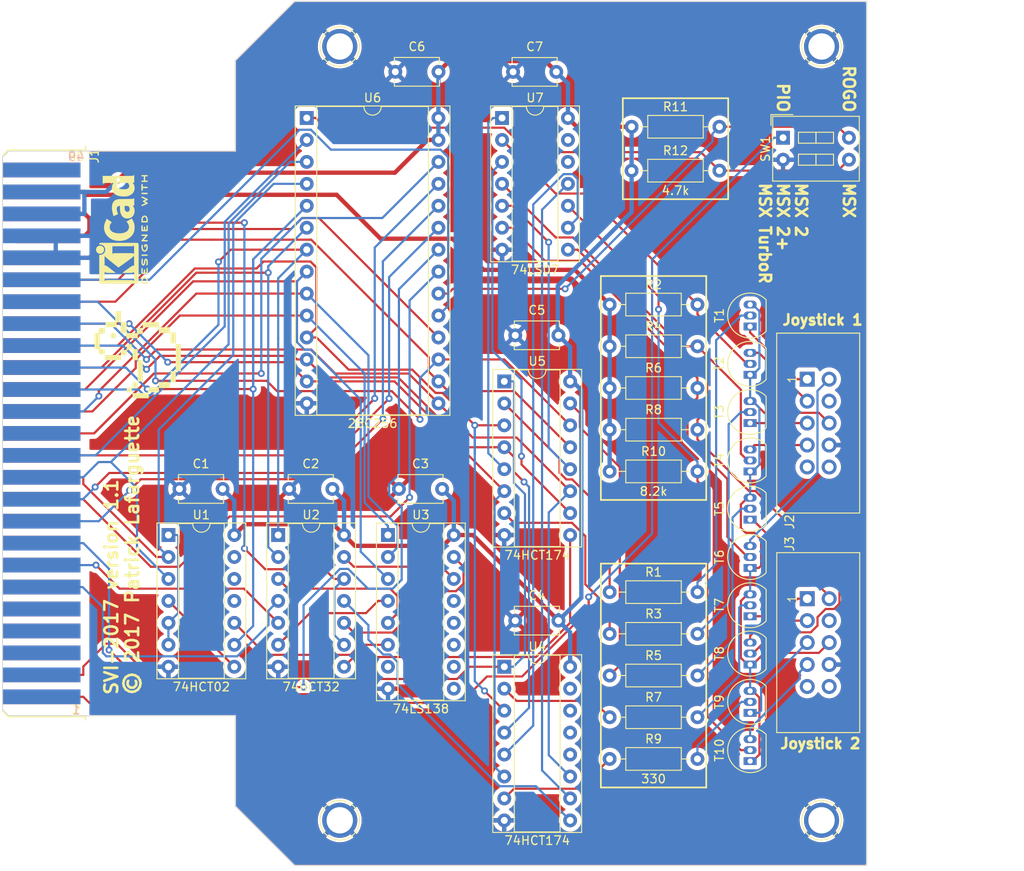
<source format=kicad_pcb>
(kicad_pcb (version 20240108) (generator "pcbnew") (generator_version "8.0")
  (layers (0 "F.Cu" signal) (31 "B.Cu" signal) (34 "B.Paste" user) (35 "F.Paste" user) (36 "B.SilkS" user "B.Silkscreen") (37 "F.SilkS" user "F.Silkscreen") (38 "B.Mask" user) (39 "F.Mask" user) (44 "Edge.Cuts" user))
  (net 0 "")
  (net 1 "/~{CS2}")
  (net 2 "/~{SLTSL}")
  (net 3 "/~{IORQ}")
  (net 4 "/~{WR}")
  (net 5 "/~{RESET}")
  (net 6 "/A9")
  (net 7 "/A10")
  (net 8 "/A11")
  (net 9 "/A6")
  (net 10 "/A7")
  (net 11 "/A8")
  (net 12 "/A12")
  (net 13 "/A13")
  (net 14 "/A0")
  (net 15 "/A1")
  (net 16 "/A2")
  (net 17 "/A3")
  (net 18 "/A4")
  (net 19 "/A5")
  (net 20 "/D0")
  (net 21 "/D1")
  (net 22 "/D2")
  (net 23 "/D3")
  (net 24 "/D4")
  (net 25 "/D5")
  (net 26 "/D6")
  (net 27 "/D7")
  (net 28 "/CLOCK")
  (net 29 "GND")
  (net 30 "/SW1")
  (net 31 "+5V")
  (net 32 "+12V")
  (net 33 "Net-(J2-Pad7)")
  (net 34 "Net-(J2-Pad5)")
  (net 35 "Net-(J2-Pad3)")
  (net 36 "Net-(J2-Pad2)")
  (net 37 "Net-(J2-Pad1)")
  (net 38 "Net-(J3-Pad1)")
  (net 39 "Net-(J3-Pad2)")
  (net 40 "Net-(J3-Pad3)")
  (net 41 "Net-(J3-Pad5)")
  (net 42 "Net-(J3-Pad7)")
  (net 43 "Net-(R1-Pad2)")
  (net 44 "/A2-")
  (net 45 "Net-(R2-Pad2)")
  (net 46 "Net-(R3-Pad2)")
  (net 47 "/A1-")
  (net 48 "Net-(R4-Pad2)")
  (net 49 "Net-(R5-Pad2)")
  (net 50 "/A5-")
  (net 51 "Net-(R6-Pad2)")
  (net 52 "/A3-")
  (net 53 "Net-(R7-Pad2)")
  (net 54 "Net-(R8-Pad2)")
  (net 55 "/A4-")
  (net 56 "Net-(R9-Pad2)")
  (net 57 "Net-(R10-Pad2)")
  (net 58 "/~{ROGO}")
  (net 59 "/~{MSX}")
  (net 60 "Net-(U1-Pad1)")
  (net 61 "Net-(U1-Pad4)")
  (net 62 "Net-(U1-Pad10)")
  (net 63 "/~{IO1}")
  (net 64 "Net-(U2-Pad6)")
  (net 65 "/CLK1")
  (net 66 "/~{IO0}")
  (net 67 "Net-(U2-Pad3)")
  (net 68 "/CLK0")
  (net 69 "/A4+")
  (net 70 "/A3+")
  (net 71 "/A2+")
  (net 72 "/A5+")
  (net 73 "/A1+")
  (net 74 "/-12V")
  (net 75 "/A14")
  (net 76 "/A15")
  (net 77 "/RSV16")
  (net 78 "/~{RD}")
  (net 79 "/~{MREQ}")
  (net 80 "/~{M1}")
  (net 81 "/~{BUSDIR}")
  (net 82 "/~{WAIT}")
  (net 83 "/~{INT}")
  (net 84 "/RSV5")
  (net 85 "/~{RFSH}")
  (net 86 "/~{CS12}")
  (net 87 "/~{CS1}")
  (net 88 "Net-(J2-Pad6)")
  (footprint "SVI2017:MSX_CARTRIDGE" (layer "F.Cu") (at 105.72 121.08 -90)
    (property "Reference" "J1")
    (property "Value" "MSX_CARTRIDGE")
  )
  (footprint "Symbols:KiCad-Logo2_6mm_SilkScreen" (layer "F.Cu") (at 115 67 90)
    (property "Reference" "KICAD" (hide yes))
    (property "Value" "KiCad-Logo2_12mm_SilkScreen" (hide yes))
  )
  (footprint "Connectors:1pin" (layer "F.Cu") (at 195.97 45.83)
    (property "Reference" "BR" (hide yes))
    (property "Value" "1pin")
  )
  (footprint "Connectors:1pin" (layer "F.Cu") (at 140.22 45.83)
    (property "Reference" "TR" (hide yes))
    (property "Value" "1pin")
  )
  (footprint "Connectors:1pin" (layer "F.Cu") (at 195.97 135.37)
    (property "Reference" "BL" (hide yes))
    (property "Value" "1pin")
  )
  (footprint "Connectors:1pin" (layer "F.Cu") (at 140.22 135.37)
    (property "Reference" "TL" (hide yes))
    (property "Value" "1pin")
  )
  (footprint "Capacitors_THT:C_Disc_D5.1mm_W3.2mm_P5.00mm" (layer "F.Cu") (at 121.666 97.028)
    (property "Reference" "C1")
    (property "Value" "0.1 µF")
  )
  (footprint "Capacitors_THT:C_Disc_D5.1mm_W3.2mm_P5.00mm" (layer "F.Cu") (at 134.366 97.028)
    (property "Reference" "C2")
    (property "Value" "0.1 µF")
  )
  (footprint "Capacitors_THT:C_Disc_D5.1mm_W3.2mm_P5.00mm" (layer "F.Cu") (at 147.066 97.028)
    (property "Reference" "C3")
    (property "Value" "0.1 µF")
  )
  (footprint "Capacitors_THT:C_Disc_D5.1mm_W3.2mm_P5.00mm" (layer "F.Cu") (at 160.528 112.268)
    (property "Reference" "C4")
    (property "Value" "0.1 µF")
  )
  (footprint "Capacitors_THT:C_Disc_D5.1mm_W3.2mm_P5.00mm" (layer "F.Cu") (at 146.646 48.7578)
    (property "Reference" "C6")
    (property "Value" "0.1 µF")
  )
  (footprint "Capacitors_THT:C_Disc_D5.1mm_W3.2mm_P5.00mm" (layer "F.Cu") (at 160.274 48.768)
    (property "Reference" "C7")
    (property "Value" "0.1 µF")
  )
  (footprint "Connectors_IDC:IDC-Header_2x05_Pitch2.54mm_Straight" (layer "F.Cu") (at 194.31 84.328 -90)
    (property "Reference" "J2")
    (property "Value" "Joystick 1")
  )
  (footprint "Connectors_IDC:IDC-Header_2x05_Pitch2.54mm_Straight" (layer "F.Cu") (at 194.315 109.728 -90)
    (property "Reference" "J3")
    (property "Value" "Joystick 2")
  )
  (footprint "Resistors_THT:R_Axial_DIN0207_L6.3mm_D2.5mm_P10.16mm_Horizontal" (layer "F.Cu") (at 171.45 108.966)
    (property "Reference" "R1")
    (property "Value" "330")
  )
  (footprint "Resistors_THT:R_Axial_DIN0207_L6.3mm_D2.5mm_P10.16mm_Horizontal" (layer "F.Cu") (at 171.45 75.692)
    (property "Reference" "R2")
    (property "Value" "8.2k")
  )
  (footprint "Resistors_THT:R_Axial_DIN0207_L6.3mm_D2.5mm_P10.16mm_Horizontal" (layer "F.Cu") (at 171.45 113.792)
    (property "Reference" "R3")
    (property "Value" "330")
  )
  (footprint "Resistors_THT:R_Axial_DIN0207_L6.3mm_D2.5mm_P10.16mm_Horizontal" (layer "F.Cu") (at 171.45 80.518)
    (property "Reference" "R4")
    (property "Value" "8.2k")
  )
  (footprint "Resistors_THT:R_Axial_DIN0207_L6.3mm_D2.5mm_P10.16mm_Horizontal" (layer "F.Cu") (at 171.45 118.618)
    (property "Reference" "R5")
    (property "Value" "330")
  )
  (footprint "Resistors_THT:R_Axial_DIN0207_L6.3mm_D2.5mm_P10.16mm_Horizontal" (layer "F.Cu") (at 171.45 85.344)
    (property "Reference" "R6")
    (property "Value" "8.2k")
  )
  (footprint "Resistors_THT:R_Axial_DIN0207_L6.3mm_D2.5mm_P10.16mm_Horizontal" (layer "F.Cu") (at 171.45 123.444)
    (property "Reference" "R7")
    (property "Value" "330")
  )
  (footprint "Resistors_THT:R_Axial_DIN0207_L6.3mm_D2.5mm_P10.16mm_Horizontal" (layer "F.Cu") (at 171.45 90.17)
    (property "Reference" "R8")
    (property "Value" "8.2k")
  )
  (footprint "Resistors_THT:R_Axial_DIN0207_L6.3mm_D2.5mm_P10.16mm_Horizontal" (layer "F.Cu") (at 171.45 128.27)
    (property "Reference" "R9")
    (property "Value" "330")
  )
  (footprint "Resistors_THT:R_Axial_DIN0207_L6.3mm_D2.5mm_P10.16mm_Horizontal" (layer "F.Cu") (at 171.45 94.996)
    (property "Reference" "R10")
    (property "Value" "8.2k")
  )
  (footprint "Resistors_THT:R_Axial_DIN0207_L6.3mm_D2.5mm_P10.16mm_Horizontal" (layer "F.Cu") (at 173.99 55.118)
    (property "Reference" "R11")
    (property "Value" "4.7k")
  )
  (footprint "Resistors_THT:R_Axial_DIN0207_L6.3mm_D2.5mm_P10.16mm_Horizontal" (layer "F.Cu") (at 173.99 60.198)
    (property "Reference" "R12")
    (property "Value" "4.7k")
  )
  (footprint "Buttons_Switches_THT:SW_DIP_x2_W7.62mm_Slide" (layer "F.Cu") (at 191.516 56.388)
    (property "Reference" "SW1")
    (property "Value" "SW_DIP_x02")
  )
  (footprint "TO_SOT_Packages_THT:TO-92_Inline_Narrow_Oval" (layer "F.Cu") (at 187.706 78.232 90)
    (property "Reference" "T1")
    (property "Value" "S9014")
  )
  (footprint "TO_SOT_Packages_THT:TO-92_Inline_Narrow_Oval" (layer "F.Cu") (at 187.706 83.82 90)
    (property "Reference" "T2")
    (property "Value" "S9014")
  )
  (footprint "TO_SOT_Packages_THT:TO-92_Inline_Narrow_Oval" (layer "F.Cu") (at 187.706 89.408 90)
    (property "Reference" "T3")
    (property "Value" "S9014")
  )
  (footprint "TO_SOT_Packages_THT:TO-92_Inline_Narrow_Oval" (layer "F.Cu") (at 187.706 94.996 90)
    (property "Reference" "T4")
    (property "Value" "S9014")
  )
  (footprint "TO_SOT_Packages_THT:TO-92_Inline_Narrow_Oval" (layer "F.Cu") (at 187.706 100.584 90)
    (property "Reference" "T5")
    (property "Value" "S9014")
  )
  (footprint "TO_SOT_Packages_THT:TO-92_Inline_Narrow_Oval" (layer "F.Cu") (at 187.706 106.172 90)
    (property "Reference" "T6")
    (property "Value" "S9014")
  )
  (footprint "TO_SOT_Packages_THT:TO-92_Inline_Narrow_Oval" (layer "F.Cu") (at 187.706 111.76 90)
    (property "Reference" "T7")
    (property "Value" "S9014")
  )
  (footprint "TO_SOT_Packages_THT:TO-92_Inline_Narrow_Oval" (layer "F.Cu") (at 187.706 117.348 90)
    (property "Reference" "T8")
    (property "Value" "S9014")
  )
  (footprint "TO_SOT_Packages_THT:TO-92_Inline_Narrow_Oval" (layer "F.Cu") (at 187.706 122.936 90)
    (property "Reference" "T9")
    (property "Value" "S9014")
  )
  (footprint "TO_SOT_Packages_THT:TO-92_Inline_Narrow_Oval" (layer "F.Cu") (at 187.706 128.524 90)
    (property "Reference" "T10")
    (property "Value" "S9014")
  )
  (footprint "Housings_DIP:DIP-14_W7.62mm_Socket" (layer "F.Cu") (at 120.396 102.362)
    (property "Reference" "U1")
    (property "Value" "74HCT02")
  )
  (footprint "Housings_DIP:DIP-14_W7.62mm_Socket" (layer "F.Cu") (at 133.096 102.362)
    (property "Reference" "U2")
    (property "Value" "74HCT32")
  )
  (footprint "Housings_DIP:DIP-16_W7.62mm_Socket" (layer "F.Cu") (at 145.796 102.362)
    (property "Reference" "U3")
    (property "Value" "74LS138")
  )
  (footprint "Housings_DIP:DIP-16_W7.62mm_Socket" (layer "F.Cu") (at 159.258 117.602)
    (property "Reference" "U4")
    (property "Value" "74HCT174")
  )
  (footprint "Housings_DIP:DIP-28_W15.24mm_Socket" (layer "F.Cu") (at 136.398 54.102)
    (property "Reference" "U6")
    (property "Value" "28C256")
  )
  (footprint "Housings_DIP:DIP-14_W7.62mm_Socket" (layer "F.Cu") (at 159.004 54.102)
    (property "Reference" "U7")
    (property "Value" "74LS07")
  )
  (footprint "Housings_DIP:DIP-16_W7.62mm_Socket" (layer "F.Cu") (at 159.258 84.582)
    (property "Reference" "U5")
    (property "Value" "74HCT174")
  )
  (footprint "Capacitors_THT:C_Disc_D5.1mm_W3.2mm_P5.00mm" (layer "F.Cu") (at 160.528 79.248)
    (property "Reference" "C5")
    (property "Value" "0.1 µF")
  )
  (footprint "SVI2017:COINCOIN" (layer "F.Cu") (at 116.84 81.534 90)
    (property "Reference" "COINCOIN" (hide yes))
    (property "Value" "LOGO" (hide yes))
  )
  (gr_line (start 185.166 51.816) (end 172.974 51.816) (stroke (width 0.2)) (layer "F.SilkS"))
  (gr_line (start 170.434 131.572) (end 182.626 131.572) (stroke (width 0.2)) (layer "F.SilkS"))
  (gr_line (start 182.626 72.39) (end 170.434 72.39) (stroke (width 0.2)) (layer "F.SilkS"))
  (gr_line (start 172.974 63.5) (end 172.974 51.816) (stroke (width 0.2)) (layer "F.SilkS"))
  (gr_line (start 172.974 63.5) (end 185.166 63.5) (stroke (width 0.2)) (layer "F.SilkS"))
  (gr_line (start 170.434 105.664) (end 170.434 131.572) (stroke (width 0.2)) (layer "F.SilkS"))
  (gr_line (start 182.626 98.298) (end 182.626 72.39) (stroke (width 0.2)) (layer "F.SilkS"))
  (gr_line (start 185.166 63.5) (end 185.166 51.816) (stroke (width 0.2)) (layer "F.SilkS"))
  (gr_line (start 182.626 105.664) (end 170.434 105.664) (stroke (width 0.2)) (layer "F.SilkS"))
  (gr_line (start 170.434 98.298) (end 182.626 98.298) (stroke (width 0.2)) (layer "F.SilkS"))
  (gr_line (start 170.434 72.39) (end 170.434 98.298) (stroke (width 0.2)) (layer "F.SilkS"))
  (gr_line (start 182.626 131.572) (end 182.626 105.664) (stroke (width 0.2)) (layer "F.SilkS"))
  (gr_line (start 128.13 123.27) (end 110.8 123.27) (stroke (width 0.1)) (layer "Edge.Cuts"))
  (gr_line (start 110.8 123.27) (end 101.9 123.27) (stroke (width 0.1)) (layer "Edge.Cuts"))
  (gr_line (start 101.2 122.57) (end 101.9 123.27) (stroke (width 0.1)) (layer "Edge.Cuts"))
  (gr_line (start 101.2 58.63) (end 101.2 122.57) (stroke (width 0.1)) (layer "Edge.Cuts"))
  (gr_line (start 201.2 40.6) (end 201.2 140.6) (stroke (width 0.1)) (layer "Edge.Cuts"))
  (gr_line (start 128.13 57.93) (end 110.8 57.93) (stroke (width 0.1)) (layer "Edge.Cuts"))
  (gr_line (start 128.13 47.46) (end 134.99 40.6) (stroke (width 0.1)) (layer "Edge.Cuts"))
  (gr_line (start 134.99 40.6) (end 201.2 40.6) (stroke (width 0.1)) (layer "Edge.Cuts"))
  (gr_line (start 110.8 57.93) (end 101.9 57.93) (stroke (width 0.1)) (layer "Edge.Cuts"))
  (gr_line (start 128.13 133.74) (end 128.13 123.27) (stroke (width 0.1)) (layer "Edge.Cuts"))
  (gr_line (start 101.9 57.93) (end 101.2 58.63) (stroke (width 0.1)) (layer "Edge.Cuts"))
  (gr_line (start 128.13 133.74) (end 134.99 140.6) (stroke (width 0.1)) (layer "Edge.Cuts"))
  (gr_line (start 128.13 47.46) (end 128.13 57.93) (stroke (width 0.1)) (layer "Edge.Cuts"))
  (gr_line (start 134.99 140.6) (end 201.2 140.6) (stroke (width 0.1)) (layer "Edge.Cuts"))
  (gr_text "ROGO" (at 199.136 53.594 270) (layer "F.SilkS") (effects (font (size 1.3 1.3) (thickness 0.3)) (justify right)))
  (gr_text "MSX" (at 199.136 61.468 270) (layer "F.SilkS") (effects (font (size 1.3 1.3) (thickness 0.3)) (justify left)))
  (gr_text "PIO" (at 191.516 53.594 270) (layer "F.SilkS") (effects (font (size 1.3 1.3) (thickness 0.3)) (justify right)))
  (gr_text "MSX 2\nMSX 2+\nMSX TurboR" (at 191.516 61.468 270) (layer "F.SilkS") (effects (font (size 1.3 1.3) (thickness 0.3)) (justify left)))
  (gr_text "SVI-2017 version 1.1\n© 2017 Patrick Lafarguette\n" (at 115 121 90) (layer "F.SilkS") (effects (font (size 1.5 1.5) (thickness 0.3)) (justify left)))
  (segment (start 111.2514 121.7861) (end 154.1992 121.7861) (width 0.25) (layer "F.Cu") (net 1))
  (segment (start 105.72 121.08) (end 110.5453 121.08) (width 0.25) (layer "F.Cu") (net 1))
  (segment (start 169.02211 110.091385) (end 169.02211 109.5257) (width 0.25) (layer "F.Cu") (net 1))
  (segment (start 161.3208 118.7274) (end 169.02211 111.02609) (width 0.25) (layer "F.Cu") (net 1))
  (segment (start 169.02211 111.02609) (end 169.02211 110.091385) (width 0.25) (layer "F.Cu") (net 1))
  (segment (start 157.2579 118.7274) (end 161.3208 118.7274) (width 0.25) (layer "F.Cu") (net 1))
  (segment (start 110.5453 121.08) (end 111.2514 121.7861) (width 0.25) (layer "F.Cu") (net 1))
  (segment (start 154.1992 121.7861) (end 157.2579 118.7274) (width 0.25) (layer "F.Cu") (net 1))
  (via (at 169.02211 109.5257) (size 0.8) (drill 0.4) (layers "F.Cu" "B.Cu") (net 1))
  (segment (start 191.516 56.388) (end 190.466 56.388) (width 0.25) (layer "B.Cu") (net 1))
  (segment (start 176.3606 70.4934) (end 176.3606 102.18721) (width 0.25) (layer "B.Cu") (net 1))
  (segment (start 190.466 56.388) (end 176.3606 70.4934) (width 0.25) (layer "B.Cu") (net 1))
  (segment (start 176.3606 102.18721) (end 169.422109 109.125701) (width 0.25) (layer "B.Cu") (net 1))
  (segment (start 169.422109 109.125701) (end 169.02211 109.5257) (width 0.25) (layer "B.Cu") (net 1))
  (segment (start 113.1974 114.9242) (end 114.416 114.9242) (width 0.25) (layer "F.Cu") (net 2))
  (segment (start 110.5453 118.54) (end 110.5453 117.5763) (width 0.25) (layer "F.Cu") (net 2))
  (segment (start 119.457 119.9652) (end 136.0339 119.9652) (width 0.25) (layer "F.Cu") (net 2))
  (segment (start 114.416 114.9242) (end 119.457 119.9652) (width 0.25) (layer "F.Cu") (net 2))
  (segment (start 105.72 118.54) (end 110.5453 118.54) (width 0.25) (layer "F.Cu") (net 2))
  (segment (start 110.5453 117.5763) (end 113.1974 114.9242) (width 0.25) (layer "F.Cu") (net 2))
  (via (at 136.0339 119.9652) (size 0.8) (drill 0.4) (layers "F.Cu" "B.Cu") (net 2))
  (segment (start 151.638 69.342) (end 147.066 73.914) (width 0.25) (layer "B.Cu") (net 2))
  (segment (start 145.9317 97.7032) (end 147.3863 99.1578) (width 0.25) (layer "B.Cu") (net 2))
  (segment (start 147.3863 99.1578) (end 147.3863 107.5269) (width 0.25) (layer "B.Cu") (net 2))
  (segment (start 141.1943 106.2805) (end 140.2512 106.2805) (width 0.25) (layer "B.Cu") (net 2))
  (segment (start 136.0339 110.4978) (end 136.0339 119.9652) (width 0.25) (layer "B.Cu") (net 2))
  (segment (start 147.066 73.914) (end 147.066 95.362998) (width 0.25) (layer "B.Cu") (net 2))
  (segment (start 140.2512 106.2805) (end 136.0339 110.4978) (width 0.25) (layer "B.Cu") (net 2))
  (segment (start 146.343 108.5702) (end 143.484 108.5702) (width 0.25) (layer "B.Cu") (net 2))
  (segment (start 147.066 95.362998) (end 145.9317 96.497298) (width 0.25) (layer "B.Cu") (net 2))
  (segment (start 145.9317 96.497298) (end 145.9317 97.7032) (width 0.25) (layer "B.Cu") (net 2))
  (segment (start 143.484 108.5702) (end 141.1943 106.2805) (width 0.25) (layer "B.Cu") (net 2))
  (segment (start 147.3863 107.5269) (end 146.343 108.5702) (width 0.25) (layer "B.Cu") (net 2))
  (segment (start 110.47 108.38) (end 112.8014 110.7114) (width 0.25) (layer "B.Cu") (net 3))
  (segment (start 112.8014 110.7114) (end 112.8014 115.9865) (width 0.25) (layer "B.Cu") (net 3))
  (segment (start 128.348202 116.3948) (end 113.2097 116.3948) (width 0.25) (layer "B.Cu") (net 3))
  (segment (start 105.72 108.38) (end 110.47 108.38) (width 0.25) (layer "B.Cu") (net 3))
  (segment (start 131.970999 112.772003) (end 128.348202 116.3948) (width 0.25) (layer "B.Cu") (net 3))
  (segment (start 133.096 109.982) (end 131.970999 111.107001) (width 0.25) (layer "B.Cu") (net 3))
  (segment (start 113.2097 116.3948) (end 112.8014 115.9865) (width 0.25) (layer "B.Cu") (net 3))
  (segment (start 131.970999 111.107001) (end 131.970999 112.772003) (width 0.25) (layer "B.Cu") (net 3))
  (segment (start 114.739201 108.567001) (end 129.141001 108.567001) (width 0.25) (layer "F.Cu") (net 4))
  (segment (start 112.014 105.8418) (end 114.739201 108.567001) (width 0.25) (layer "F.Cu") (net 4))
  (segment (start 132.296001 111.722001) (end 133.096 112.522) (width 0.25) (layer "F.Cu") (net 4))
  (segment (start 129.141001 108.567001) (end 132.296001 111.722001) (width 0.25) (layer "F.Cu") (net 4))
  (via (at 112.014 105.8418) (size 0.8) (drill 0.4) (layers "F.Cu" "B.Cu") (net 4))
  (segment (start 105.72 105.84) (end 112.0122 105.84) (width 0.25) (layer "B.Cu") (net 4))
  (segment (start 112.0122 105.84) (end 112.014 105.8418) (width 0.25) (layer "B.Cu") (net 4))
  (segment (start 118.64101 120.777) (end 113.926409 116.062399) (width 0.25) (layer "F.Cu") (net 5))
  (segment (start 136.8552 120.777) (end 118.64101 120.777) (width 0.25) (layer "F.Cu") (net 5))
  (segment (start 153.8018 119.0166) (end 138.6156 119.0166) (width 0.25) (layer "F.Cu") (net 5))
  (segment (start 138.6156 119.0166) (end 136.8552 120.777) (width 0.25) (layer "F.Cu") (net 5))
  (segment (start 113.926409 116.062399) (end 113.52641 115.6624) (width 0.25) (layer "F.Cu") (net 5))
  (segment (start 159.258 117.602) (end 155.2164 117.602) (width 0.25) (layer "F.Cu") (net 5))
  (segment (start 155.2164 117.602) (end 153.8018 119.0166) (width 0.25) (layer "F.Cu") (net 5))
  (via (at 113.52641 115.6624) (size 0.8) (drill 0.4) (layers "F.Cu" "B.Cu") (net 5))
  (segment (start 160.308 84.582) (end 160.3833 84.6573) (width 0.25) (layer "B.Cu") (net 5))
  (segment (start 161.6534 116.2566) (end 161.6534 97.6214) (width 0.25) (layer "B.Cu") (net 5))
  (segment (start 160.3833 84.6573) (end 160.3833 96.3513) (width 0.25) (layer "B.Cu") (net 5))
  (segment (start 159.258 84.582) (end 160.308 84.582) (width 0.25) (layer "B.Cu") (net 5))
  (segment (start 113.52641 106.28111) (end 113.52641 115.096715) (width 0.25) (layer "B.Cu") (net 5))
  (segment (start 161.6534 97.6214) (end 160.3833 96.3513) (width 0.25) (layer "B.Cu") (net 5))
  (segment (start 160.308 117.602) (end 161.6534 116.2566) (width 0.25) (layer "B.Cu") (net 5))
  (segment (start 110.5453 103.3) (end 113.52641 106.28111) (width 0.25) (layer "B.Cu") (net 5))
  (segment (start 105.72 103.3) (end 110.5453 103.3) (width 0.25) (layer "B.Cu") (net 5))
  (segment (start 159.258 117.602) (end 160.308 117.602) (width 0.25) (layer "B.Cu") (net 5))
  (segment (start 113.52641 115.096715) (end 113.52641 115.6624) (width 0.25) (layer "B.Cu") (net 5))
  (segment (start 138.21729 95.9026) (end 144.806691 89.313199) (width 0.25) (layer "F.Cu") (net 6))
  (segment (start 117.1931 95.9026) (end 138.21729 95.9026) (width 0.25) (layer "F.Cu") (net 6))
  (segment (start 115.9061 97.1896) (end 117.1931 95.9026) (width 0.25) (layer "F.Cu") (net 6))
  (segment (start 144.806691 89.313199) (end 145.20669 88.9132) (width 0.25) (layer "F.Cu") (net 6))
  (via (at 145.20669 88.9132) (size 0.8) (drill 0.4) (layers "F.Cu" "B.Cu") (net 6))
  (via (at 115.9061 97.1896) (size 0.8) (drill 0.4) (layers "F.Cu" "B.Cu") (net 6))
  (segment (start 145.20669 88.9132) (end 145.20669 70.69331) (width 0.25) (layer "B.Cu") (net 6))
  (segment (start 105.72 100.76) (end 112.3357 100.76) (width 0.25) (layer "B.Cu") (net 6))
  (segment (start 145.20669 70.69331) (end 151.638 64.262) (width 0.25) (layer "B.Cu") (net 6))
  (segment (start 112.3357 100.76) (end 115.9061 97.1896) (width 0.25) (layer "B.Cu") (net 6))
  (segment (start 105.72 98.22) (end 110.5453 98.22) (width 0.25) (layer "F.Cu") (net 7))
  (segment (start 110.5453 98.22) (end 118.3608 106.0355) (width 0.25) (layer "F.Cu") (net 7))
  (segment (start 118.3608 106.0355) (end 121.6534 106.0355) (width 0.25) (layer "F.Cu") (net 7))
  (segment (start 127.4788 100.2101) (end 146.1019 100.2101) (width 0.25) (layer "F.Cu") (net 7))
  (segment (start 146.1019 100.2101) (end 148.3017 98.0103) (width 0.25) (layer "F.Cu") (net 7))
  (segment (start 121.6534 106.0355) (end 127.4788 100.2101) (width 0.25) (layer "F.Cu") (net 7))
  (via (at 148.3017 98.0103) (size 0.8) (drill 0.4) (layers "F.Cu" "B.Cu") (net 7))
  (segment (start 148.3017 98.0103) (end 148.3017 75.2183) (width 0.25) (layer "B.Cu") (net 7))
  (segment (start 148.3017 75.2183) (end 151.638 71.882) (width 0.25) (layer "B.Cu") (net 7))
  (segment (start 137.3159 95.179) (end 145.531701 86.963199) (width 0.25) (layer "F.Cu") (net 8))
  (segment (start 113.5405 95.179) (end 137.3159 95.179) (width 0.25) (layer "F.Cu") (net 8))
  (segment (start 111.9149 96.8046) (end 113.5405 95.179) (width 0.25) (layer "F.Cu") (net 8))
  (segment (start 145.531701 86.963199) (end 145.9317 86.5632) (width 0.25) (layer "F.Cu") (net 8))
  (via (at 145.9317 86.5632) (size 0.8) (drill 0.4) (layers "F.Cu" "B.Cu") (net 8))
  (via (at 111.9149 96.8046) (size 0.8) (drill 0.4) (layers "F.Cu" "B.Cu") (net 8))
  (segment (start 110.5453 98.1742) (end 111.9149 96.8046) (width 0.25) (layer "B.Cu") (net 8))
  (segment (start 110.5453 98.22) (end 110.5453 98.1742) (width 0.25) (layer "B.Cu") (net 8))
  (segment (start 145.9317 72.5083) (end 145.9317 85.997515) (width 0.25) (layer "B.Cu") (net 8))
  (segment (start 105.72 98.22) (end 110.5453 98.22) (width 0.25) (layer "B.Cu") (net 8))
  (segment (start 145.9317 85.997515) (end 145.9317 86.5632) (width 0.25) (layer "B.Cu") (net 8))
  (segment (start 151.638 66.802) (end 145.9317 72.5083) (width 0.25) (layer "B.Cu") (net 8))
  (segment (start 110.5453 96.4607) (end 118.9866 104.902) (width 0.25) (layer "F.Cu") (net 9))
  (segment (start 105.72 95.68) (end 110.5453 95.68) (width 0.25) (layer "F.Cu") (net 9))
  (segment (start 118.9866 104.902) (end 119.2707 104.902) (width 0.25) (layer "F.Cu") (net 9))
  (segment (start 120.396 104.902) (end 119.2707 104.902) (width 0.25) (layer "F.Cu") (net 9))
  (segment (start 110.5453 95.68) (end 110.5453 96.4607) (width 0.25) (layer "F.Cu") (net 9))
  (segment (start 127.8967 81.5308) (end 119.2677 90.1598) (width 0.25) (layer "B.Cu") (net 9))
  (segment (start 132.57622 61.722) (end 127.8967 66.40152) (width 0.25) (layer "B.Cu") (net 9))
  (segment (start 119.2677 103.7737) (end 119.596001 104.102001) (width 0.25) (layer "B.Cu") (net 9))
  (segment (start 127.8967 66.40152) (end 127.8967 81.5308) (width 0.25) (layer "B.Cu") (net 9))
  (segment (start 136.398 61.722) (end 132.57622 61.722) (width 0.25) (layer "B.Cu") (net 9))
  (segment (start 119.596001 104.102001) (end 120.396 104.902) (width 0.25) (layer "B.Cu") (net 9))
  (segment (start 119.2677 90.1598) (end 119.2677 103.7737) (width 0.25) (layer "B.Cu") (net 9))
  (segment (start 112.309 93.9163) (end 110.5453 95.68) (width 0.25) (layer "B.Cu") (net 10))
  (segment (start 120.396 107.442) (end 116.7599 103.8059) (width 0.25) (layer "B.Cu") (net 10))
  (segment (start 105.72 95.68) (end 110.5453 95.68) (width 0.25) (layer "B.Cu") (net 10))
  (segment (start 116.7599 96.9399) (end 113.7363 93.9163) (width 0.25) (layer "B.Cu") (net 10))
  (segment (start 127.3595 80.2931) (end 113.7363 93.9163) (width 0.25) (layer "B.Cu") (net 10))
  (segment (start 134.47981 59.182) (end 127.3595 66.30231) (width 0.25) (layer "B.Cu") (net 10))
  (segment (start 127.3595 66.30231) (end 127.3595 80.2931) (width 0.25) (layer "B.Cu") (net 10))
  (segment (start 113.7363 93.9163) (end 112.309 93.9163) (width 0.25) (layer "B.Cu") (net 10))
  (segment (start 136.398 59.182) (end 134.47981 59.182) (width 0.25) (layer "B.Cu") (net 10))
  (segment (start 116.7599 103.8059) (end 116.7599 96.9399) (width 0.25) (layer "B.Cu") (net 10))
  (segment (start 137.680176 93.14) (end 143.865497 86.954679) (width 0.25) (layer "F.Cu") (net 11))
  (segment (start 105.72 93.14) (end 137.0584 93.14) (width 0.25) (layer "F.Cu") (net 11))
  (segment (start 143.865497 86.954679) (end 144.265496 86.55468) (width 0.25) (layer "F.Cu") (net 11))
  (segment (start 137.0584 93.14) (end 137.680176 93.14) (width 0.25) (layer "F.Cu") (net 11))
  (segment (start 137.680176 93.14) (end 144.265496 86.55468) (width 0.25) (layer "F.Cu") (net 11))
  (via (at 144.265496 86.55468) (size 0.8) (drill 0.4) (layers "F.Cu" "B.Cu") (net 11))
  (segment (start 144.265496 69.094504) (end 144.8054 68.5546) (width 0.25) (layer "B.Cu") (net 11))
  (segment (start 144.265496 86.55468) (end 144.265496 69.094504) (width 0.25) (layer "B.Cu") (net 11))
  (segment (start 151.638 61.722) (end 144.8054 68.5546) (width 0.25) (layer "B.Cu") (net 11))
  (segment (start 126.9092 78.212735) (end 111.981935 93.14) (width 0.25) (layer "B.Cu") (net 12))
  (segment (start 135.583401 57.441999) (end 126.9092 66.1162) (width 0.25) (layer "B.Cu") (net 12))
  (segment (start 126.9092 66.1162) (end 126.9092 78.212735) (width 0.25) (layer "B.Cu") (net 12))
  (segment (start 135.598001 57.441999) (end 135.583401 57.441999) (width 0.25) (layer "B.Cu") (net 12))
  (segment (start 136.398 56.642) (end 135.598001 57.441999) (width 0.25) (layer "B.Cu") (net 12))
  (segment (start 111.981935 93.14) (end 105.72 93.14) (width 0.25) (layer "B.Cu") (net 12))
  (segment (start 105.72 90.6) (end 109.37 90.6) (width 0.25) (layer "F.Cu") (net 13))
  (segment (start 118.7196 83.6676) (end 111.7872 90.6) (width 0.25) (layer "F.Cu") (net 13))
  (segment (start 111.7872 90.6) (end 105.72 90.6) (width 0.25) (layer "F.Cu") (net 13))
  (segment (start 118.6942 83.693) (end 111.7872 90.6) (width 0.25) (layer "F.Cu") (net 13))
  (segment (start 131.1402 83.6676) (end 118.7196 83.6676) (width 0.25) (layer "F.Cu") (net 13))
  (via (at 131.1402 83.6676) (size 0.8) (drill 0.4) (layers "F.Cu" "B.Cu") (net 13))
  (segment (start 145.143001 65.676999) (end 135.857999 65.676999) (width 0.25) (layer "B.Cu") (net 13))
  (segment (start 151.638 59.182) (end 145.143001 65.676999) (width 0.25) (layer "B.Cu") (net 13))
  (segment (start 135.857999 65.676999) (end 131.1402 70.394798) (width 0.25) (layer "B.Cu") (net 13))
  (segment (start 131.1402 70.394798) (end 131.1402 83.6676) (width 0.25) (layer "B.Cu") (net 13))
  (segment (start 111.593 88.06) (end 116.61281 83.04019) (width 0.25) (layer "F.Cu") (net 14))
  (segment (start 105.72 88.06) (end 111.593 88.06) (width 0.25) (layer "F.Cu") (net 14))
  (segment (start 121.7168 76.962) (end 122.8344 76.962) (width 0.25) (layer "F.Cu") (net 14))
  (segment (start 116.61281 83.04019) (end 116.61281 82.06599) (width 0.25) (layer "F.Cu") (net 14))
  (segment (start 116.61281 82.06599) (end 121.7168 76.962) (width 0.25) (layer "F.Cu") (net 14))
  (segment (start 136.398 76.962) (end 122.8344 76.962) (width 0.25) (layer "F.Cu") (net 14))
  (segment (start 143.090484 98.606484) (end 145.796 101.312) (width 0.25) (layer "B.Cu") (net 14))
  (segment (start 143.090484 83.654484) (end 143.090484 98.606484) (width 0.25) (layer "B.Cu") (net 14))
  (segment (start 145.796 101.312) (end 145.796 102.362) (width 0.25) (layer "B.Cu") (net 14))
  (segment (start 136.398 76.962) (end 143.090484 83.654484) (width 0.25) (layer "B.Cu") (net 14))
  (segment (start 136.398 74.422) (end 123.620389 74.422) (width 0.25) (layer "F.Cu") (net 15))
  (segment (start 112.34404 85.698349) (end 112.34404 85.717955) (width 0.25) (layer "F.Cu") (net 15))
  (segment (start 123.620389 74.422) (end 112.34404 85.698349) (width 0.25) (layer "F.Cu") (net 15))
  (segment (start 112.34404 85.717955) (end 112.34404 86.28364) (width 0.25) (layer "F.Cu") (net 15))
  (via (at 112.34404 86.28364) (size 0.8) (drill 0.4) (layers "F.Cu" "B.Cu") (net 15))
  (segment (start 146.9213 103.7767) (end 146.595999 104.102001) (width 0.25) (layer "B.Cu") (net 15))
  (segment (start 136.398 74.422) (end 143.540495 81.564495) (width 0.25) (layer "B.Cu") (net 15))
  (segment (start 146.9213 101.302298) (end 146.9213 103.7767) (width 0.25) (layer "B.Cu") (net 15))
  (segment (start 111.944041 86.683639) (end 112.34404 86.28364) (width 0.25) (layer "B.Cu") (net 15))
  (segment (start 146.595999 104.102001) (end 145.796 104.902) (width 0.25) (layer "B.Cu") (net 15))
  (segment (start 143.540495 81.564495) (end 143.540495 97.921493) (width 0.25) (layer "B.Cu") (net 15))
  (segment (start 143.540495 97.921493) (end 146.9213 101.302298) (width 0.25) (layer "B.Cu") (net 15))
  (segment (start 105.72 88.06) (end 110.56768 88.06) (width 0.25) (layer "B.Cu") (net 15))
  (segment (start 110.56768 88.06) (end 111.944041 86.683639) (width 0.25) (layer "B.Cu") (net 15))
  (segment (start 110.745763 85.52) (end 110.47 85.52) (width 0.25) (layer "F.Cu") (net 16))
  (segment (start 110.47 85.52) (end 105.72 85.52) (width 0.25) (layer "F.Cu") (net 16))
  (segment (start 123.258463 73.0073) (end 110.745763 85.52) (width 0.25) (layer "F.Cu") (net 16))
  (segment (start 136.398 71.882) (end 135.2727 73.0073) (width 0.25) (layer "F.Cu") (net 16))
  (segment (start 135.2727 73.0073) (end 123.258463 73.0073) (width 0.25) (layer "F.Cu") (net 16))
  (segment (start 135.272999 73.007001) (end 135.272999 80.042001) (width 0.25) (layer "B.Cu") (net 16))
  (segment (start 136.398 71.882) (end 135.272999 73.007001) (width 0.25) (layer "B.Cu") (net 16))
  (segment (start 142.640473 86.689873) (end 142.640473 104.286473) (width 0.25) (layer "B.Cu") (net 16))
  (segment (start 136.147997 80.916999) (end 136.867599 80.916999) (width 0.25) (layer "B.Cu") (net 16))
  (segment (start 142.640473 104.286473) (end 145.796 107.442) (width 0.25) (layer "B.Cu") (net 16))
  (segment (start 135.272999 80.042001) (end 136.147997 80.916999) (width 0.25) (layer "B.Cu") (net 16))
  (segment (start 136.867599 80.916999) (end 142.640473 86.689873) (width 0.25) (layer "B.Cu") (net 16))
  (segment (start 136.398 69.342) (end 127.5928 69.342) (width 0.25) (layer "F.Cu") (net 17))
  (segment (start 127.5928 69.342) (end 126.1839 70.7509) (width 0.25) (layer "F.Cu") (net 17))
  (via (at 126.1839 70.7509) (size 0.8) (drill 0.4) (layers "F.Cu" "B.Cu") (net 17))
  (segment (start 126.1839 78.0245) (end 126.1839 71.316585) (width 0.25) (layer "B.Cu") (net 17))
  (segment (start 136.398 69.342) (end 133.096 72.644) (width 0.25) (layer "B.Cu") (net 17))
  (segment (start 119.62338 84.58502) (end 126.1839 78.0245) (width 0.25) (layer "B.Cu") (net 17))
  (segment (start 133.096 72.644) (end 133.096 79.6036) (width 0.25) (layer "B.Cu") (net 17))
  (segment (start 116.922498 85.52) (end 117.596009 86.193511) (width 0.25) (layer "B.Cu") (net 17))
  (segment (start 105.72 85.52) (end 116.922498 85.52) (width 0.25) (layer "B.Cu") (net 17))
  (segment (start 117.596009 86.193511) (end 118.292013 86.193511) (width 0.25) (layer "B.Cu") (net 17))
  (segment (start 126.1839 71.316585) (end 126.1839 70.7509) (width 0.25) (layer "B.Cu") (net 17))
  (segment (start 133.096 102.362) (end 133.096 79.6036) (width 0.25) (layer "B.Cu") (net 17))
  (segment (start 118.292013 86.193511) (end 119.62338 84.862144) (width 0.25) (layer "B.Cu") (net 17))
  (segment (start 119.62338 84.862144) (end 119.62338 84.58502) (width 0.25) (layer "B.Cu") (net 17))
  (segment (start 112.649353 82.98) (end 123.6218 72.007553) (width 0.25) (layer "F.Cu") (net 18))
  (segment (start 105.72 82.98) (end 112.649353 82.98) (width 0.25) (layer "F.Cu") (net 18))
  (segment (start 123.6218 72.007553) (end 131.376124 72.007553) (width 0.25) (layer "F.Cu") (net 18))
  (segment (start 131.376124 72.007553) (end 131.941809 72.007553) (width 0.25) (layer "F.Cu") (net 18))
  (via (at 131.941809 72.007553) (size 0.8) (drill 0.4) (layers "F.Cu" "B.Cu") (net 18))
  (segment (start 131.941809 72.573238) (end 131.941809 72.007553) (width 0.25) (layer "B.Cu") (net 18))
  (segment (start 136.398 66.802) (end 131.941809 71.258191) (width 0.25) (layer "B.Cu") (net 18))
  (segment (start 133.096 104.902) (end 131.941809 103.747809) (width 0.25) (layer "B.Cu") (net 18))
  (segment (start 131.941809 71.258191) (end 131.941809 71.441868) (width 0.25) (layer "B.Cu") (net 18))
  (segment (start 131.941809 103.747809) (end 131.941809 72.573238) (width 0.25) (layer "B.Cu") (net 18))
  (segment (start 131.941809 71.441868) (end 131.941809 72.007553) (width 0.25) (layer "B.Cu") (net 18))
  (segment (start 130.19791 85.46851) (end 130.2004 85.471) (width 0.25) (layer "F.Cu") (net 19))
  (segment (start 117.94401 85.46851) (end 130.19791 85.46851) (width 0.25) (layer "F.Cu") (net 19))
  (via (at 117.94401 85.46851) (size 0.8) (drill 0.4) (layers "F.Cu" "B.Cu") (net 19))
  (via (at 130.2004 85.471) (size 0.8) (drill 0.4) (layers "F.Cu" "B.Cu") (net 19))
  (segment (start 130.2004 70.4596) (end 136.398 64.262) (width 0.25) (layer "B.Cu") (net 19))
  (segment (start 130.2004 85.471) (end 130.2004 70.4596) (width 0.25) (layer "B.Cu") (net 19))
  (segment (start 105.72 82.98) (end 115.4555 82.98) (width 0.25) (layer "B.Cu") (net 19))
  (segment (start 130.2004 112.8776) (end 130.2004 70.4596) (width 0.25) (layer "B.Cu") (net 19))
  (segment (start 128.016 115.062) (end 130.2004 112.8776) (width 0.25) (layer "B.Cu") (net 19))
  (segment (start 115.4555 82.98) (end 117.94401 85.46851) (width 0.25) (layer "B.Cu") (net 19))
  (segment (start 137.523001 71.402301) (end 137.287 71.1663) (width 0.25) (layer "F.Cu") (net 20))
  (segment (start 141.251772 83.224402) (end 148.6154 83.224402) (width 0.25) (layer "F.Cu") (net 20))
  (segment (start 137.523001 78.376999) (end 137.523001 71.402301) (width 0.25) (layer "F.Cu") (net 20))
  (segment (start 114.5207 80.44) (end 123.444 71.5167) (width 0.25) (layer "F.Cu") (net 20))
  (segment (start 131.3973 70.7108) (end 136.8315 70.7108) (width 0.25) (layer "F.Cu") (net 20))
  (segment (start 136.398 79.502) (end 137.52937 79.502) (width 0.25) (layer "F.Cu") (net 20))
  (segment (start 137.52937 79.502) (end 141.251772 83.224402) (width 0.25) (layer "F.Cu") (net 20))
  (segment (start 155.843002 89.662) (end 152.0952 85.914198) (width 0.25) (layer "F.Cu") (net 20))
  (segment (start 137.5233 71.4026) (end 137.5233 77.5328) (width 0.25) (layer "F.Cu") (net 20))
  (segment (start 136.398 79.502) (end 137.523001 78.376999) (width 0.25) (layer "F.Cu") (net 20))
  (segment (start 137.287 71.1663) (end 137.5233 71.4026) (width 0.25) (layer "F.Cu") (net 20))
  (segment (start 136.8315 70.7108) (end 137.287 71.1663) (width 0.25) (layer "F.Cu") (net 20))
  (segment (start 130.5914 71.5167) (end 131.3973 70.7108) (width 0.25) (layer "F.Cu") (net 20))
  (segment (start 105.72 80.44) (end 114.5207 80.44) (width 0.25) (layer "F.Cu") (net 20))
  (segment (start 159.258 89.662) (end 155.843002 89.662) (width 0.25) (layer "F.Cu") (net 20))
  (segment (start 151.305196 85.914198) (end 152.0952 85.914198) (width 0.25) (layer "F.Cu") (net 20))
  (segment (start 123.444 71.5167) (end 130.5914 71.5167) (width 0.25) (layer "F.Cu") (net 20))
  (segment (start 159.258 122.682) (end 158.458001 121.882001) (width 0.25) (layer "F.Cu") (net 20))
  (segment (start 148.6154 83.224402) (end 151.305196 85.914198) (width 0.25) (layer "F.Cu") (net 20))
  (segment (start 158.458001 121.882001) (end 156.972 120.396) (width 0.25) (layer "F.Cu") (net 20))
  (via (at 156.972 120.396) (size 0.8) (drill 0.4) (layers "F.Cu" "B.Cu") (net 20))
  (via (at 155.843002 89.662) (size 0.8) (drill 0.4) (layers "F.Cu" "B.Cu") (net 20))
  (segment (start 155.843002 89.662) (end 155.843002 119.267002) (width 0.25) (layer "B.Cu") (net 20))
  (segment (start 155.843002 119.267002) (end 156.972 120.396) (width 0.25) (layer "B.Cu") (net 20))
  (segment (start 155.843002 89.662) (end 155.843002 92.899198) (width 0.25) (layer "B.Cu") (net 20))
  (segment (start 155.052998 92.202) (end 158.12663 92.202) (width 0.25) (layer "F.Cu") (net 21))
  (segment (start 135.26663 82.042) (end 134.85293 81.6283) (width 0.25) (layer "F.Cu") (net 21))
  (segment (start 136.398 82.042) (end 135.26663 82.042) (width 0.25) (layer "F.Cu") (net 21))
  (segment (start 134.85293 81.6283) (end 119.4127 81.6283) (width 0.25) (layer "F.Cu") (net 21))
  (segment (start 160.383001 93.327001) (end 160.383001 95.054901) (width 0.25) (layer "F.Cu") (net 21))
  (segment (start 158.12663 92.202) (end 159.258 92.202) (width 0.25) (layer "F.Cu") (net 21))
  (segment (start 146.975422 84.124424) (end 155.052998 92.202) (width 0.25) (layer "F.Cu") (net 21))
  (segment (start 136.398 82.042) (end 138.480424 84.124424) (width 0.25) (layer "F.Cu") (net 21))
  (segment (start 160.383001 95.054901) (end 161.144301 95.816201) (width 0.25) (layer "F.Cu") (net 21))
  (segment (start 119.4127 81.6283) (end 117.856 83.185) (width 0.25) (layer "F.Cu") (net 21))
  (segment (start 138.480424 84.124424) (end 146.975422 84.124424) (width 0.25) (layer "F.Cu") (net 21))
  (segment (start 159.258 92.202) (end 160.383001 93.327001) (width 0.25) (layer "F.Cu") (net 21))
  (segment (start 161.144301 95.816201) (end 161.5443 96.2162) (width 0.25) (layer "F.Cu") (net 21))
  (via (at 161.5443 96.2162) (size 0.8) (drill 0.4) (layers "F.Cu" "B.Cu") (net 21))
  (via (at 117.856 83.185) (size 0.8) (drill 0.4) (layers "F.Cu" "B.Cu") (net 21))
  (segment (start 162.1245 122.3555) (end 162.1245 96.7964) (width 0.25) (layer "B.Cu") (net 21))
  (segment (start 113.6904 80.44) (end 115.111 80.44) (width 0.25) (layer "B.Cu") (net 21))
  (segment (start 115.111 80.44) (end 117.856 83.185) (width 0.25) (layer "B.Cu") (net 21))
  (segment (start 113.6904 80.44) (end 113.824598 80.44) (width 0.25) (layer "B.Cu") (net 21))
  (segment (start 162.1245 96.7964) (end 161.5443 96.2162) (width 0.25) (layer "B.Cu") (net 21))
  (segment (start 105.72 80.44) (end 113.6904 80.44) (width 0.25) (layer "B.Cu") (net 21))
  (segment (start 159.258 125.222) (end 162.1245 122.3555) (width 0.25) (layer "B.Cu") (net 21))
  (segment (start 146.558 84.582) (end 159.258 97.282) (width 0.25) (layer "F.Cu") (net 22))
  (segment (start 105.7218 77.9018) (end 105.72 77.9) (width 0.25) (layer "F.Cu") (net 22))
  (segment (start 136.398 84.582) (end 146.558 84.582) (width 0.25) (layer "F.Cu") (net 22))
  (segment (start 136.398 84.582) (end 134.17426 82.35826) (width 0.25) (layer "F.Cu") (net 22))
  (segment (start 134.17426 82.35826) (end 120.31036 82.35826) (width 0.25) (layer "F.Cu") (net 22))
  (segment (start 115.8494 77.9018) (end 105.7218 77.9018) (width 0.25) (layer "F.Cu") (net 22))
  (via (at 120.31036 82.35826) (size 0.8) (drill 0.4) (layers "F.Cu" "B.Cu") (net 22))
  (via (at 115.8494 77.9018) (size 0.8) (drill 0.4) (layers "F.Cu" "B.Cu") (net 22))
  (segment (start 158.1327 129.1767) (end 159.258 130.302) (width 0.25) (layer "B.Cu") (net 22))
  (segment (start 119.910361 81.958261) (end 119.905861 81.958261) (width 0.25) (layer "B.Cu") (net 22))
  (segment (start 158.1327 98.4073) (end 158.1327 129.1767) (width 0.25) (layer "B.Cu") (net 22))
  (segment (start 159.258 97.282) (end 158.1327 98.4073) (width 0.25) (layer "B.Cu") (net 22))
  (segment (start 119.905861 81.958261) (end 115.8494 77.9018) (width 0.25) (layer "B.Cu") (net 22))
  (segment (start 120.31036 82.35826) (end 119.910361 81.958261) (width 0.25) (layer "B.Cu") (net 22))
  (segment (start 139.695415 83.674413) (end 137.377202 81.3562) (width 0.25) (layer "F.Cu") (net 23))
  (segment (start 150.838001 86.322001) (end 151.638 87.122) (width 0.25) (layer "F.Cu") (net 23))
  (segment (start 136.2964 80.8943) (end 136.915302 80.8943) (width 0.25) (layer "F.Cu") (net 23))
  (segment (start 136.915302 80.8943) (end 137.377202 81.3562) (width 0.25) (layer "F.Cu") (net 23))
  (segment (start 155.592999 91.076999) (end 152.437999 87.921999) (width 0.25) (layer "F.Cu") (net 23))
  (segment (start 166.878 97.282) (end 160.672999 91.076999) (width 0.25) (layer "F.Cu") (net 23))
  (segment (start 141.065372 83.674413) (end 148.190413 83.674413) (width 0.25) (layer "F.Cu") (net 23))
  (segment (start 137.377202 81.3562) (end 139.4714 83.450398) (width 0.25) (layer "F.Cu") (net 23))
  (segment (start 160.672999 91.076999) (end 155.592999 91.076999) (width 0.25) (layer "F.Cu") (net 23))
  (segment (start 117.856 82.042) (end 119.0037 80.8943) (width 0.25) (layer "F.Cu") (net 23))
  (segment (start 119.0037 80.8943) (end 136.2964 80.8943) (width 0.25) (layer "F.Cu") (net 23))
  (segment (start 141.065372 83.674413) (end 139.695415 83.674413) (width 0.25) (layer "F.Cu") (net 23))
  (segment (start 148.190413 83.674413) (end 150.838001 86.322001) (width 0.25) (layer "F.Cu") (net 23))
  (segment (start 152.437999 87.921999) (end 151.638 87.122) (width 0.25) (layer "F.Cu") (net 23))
  (via (at 117.856 82.042) (size 0.8) (drill 0.4) (layers "F.Cu" "B.Cu") (net 23))
  (segment (start 164.402999 99.757001) (end 164.402999 127.826999) (width 0.25) (layer "B.Cu") (net 23))
  (segment (start 166.878 97.282) (end 164.402999 99.757001) (width 0.25) (layer "B.Cu") (net 23))
  (segment (start 164.402999 127.826999) (end 166.878 130.302) (width 0.25) (layer "B.Cu") (net 23))
  (segment (start 105.72 77.9) (end 113.227314 77.9) (width 0.25) (layer "B.Cu") (net 23))
  (segment (start 113.714 77.9) (end 113.227314 77.9) (width 0.25) (layer "B.Cu") (net 23))
  (segment (start 117.856 82.042) (end 113.714 77.9) (width 0.25) (layer "B.Cu") (net 23))
  (segment (start 152.437999 85.381999) (end 151.638 84.582) (width 0.25) (layer "F.Cu") (net 24))
  (segment (start 136.7028 68.1846) (end 125.3236 68.1846) (width 0.25) (layer "F.Cu") (net 24))
  (segment (start 150.5127 81.7848) (end 136.9125 68.1846) (width 0.25) (layer "F.Cu") (net 24))
  (segment (start 160.383001 85.707001) (end 152.763001 85.707001) (width 0.25) (layer "F.Cu") (net 24))
  (segment (start 136.9125 68.1846) (end 136.7028 68.1846) (width 0.25) (layer "F.Cu") (net 24))
  (segment (start 152.763001 85.707001) (end 152.437999 85.381999) (width 0.25) (layer "F.Cu") (net 24))
  (segment (start 151.638 84.582) (end 150.5127 83.4567) (width 0.25) (layer "F.Cu") (net 24))
  (segment (start 150.5127 83.4567) (end 150.5127 81.7848) (width 0.25) (layer "F.Cu") (net 24))
  (segment (start 105.72 75.36) (end 114.2562 75.36) (width 0.25) (layer "F.Cu") (net 24))
  (segment (start 166.878 92.202) (end 160.383001 85.707001) (width 0.25) (layer "F.Cu") (net 24))
  (segment (start 114.2562 75.36) (end 121.4316 68.1846) (width 0.25) (layer "F.Cu") (net 24))
  (segment (start 121.4316 68.1846) (end 125.3236 68.1846) (width 0.25) (layer "F.Cu") (net 24))
  (segment (start 151.638 82.042) (end 159.258 82.042) (width 0.25) (layer "F.Cu") (net 25))
  (segment (start 119.464063 84.514142) (end 118.898378 84.514142) (width 0.25) (layer "F.Cu") (net 25))
  (segment (start 149.5085 88.9776) (end 146.237901 85.707001) (width 0.25) (layer "F.Cu") (net 25))
  (segment (start 146.237901 85.707001) (end 132.957801 85.707001) (width 0.25) (layer "F.Cu") (net 25))
  (segment (start 131.764942 84.514142) (end 119.464063 84.514142) (width 0.25) (layer "F.Cu") (net 25))
  (segment (start 159.258 82.042) (end 166.878 89.662) (width 0.25) (layer "F.Cu") (net 25))
  (segment (start 132.957801 85.707001) (end 131.764942 84.514142) (width 0.25) (layer "F.Cu") (net 25))
  (via (at 118.898378 84.514142) (size 0.8) (drill 0.4) (layers "F.Cu" "B.Cu") (net 25))
  (via (at 149.5085 88.9776) (size 0.8) (drill 0.4) (layers "F.Cu" "B.Cu") (net 25))
  (segment (start 112.208877 75.36) (end 110.47 75.36) (width 0.25) (layer "B.Cu") (net 25))
  (segment (start 118.898378 84.514142) (end 118.898378 82.049501) (width 0.25) (layer "B.Cu") (net 25))
  (segment (start 110.47 75.36) (end 105.72 75.36) (width 0.25) (layer "B.Cu") (net 25))
  (segment (start 149.5085 84.1715) (end 149.5085 88.9776) (width 0.25) (layer "B.Cu") (net 25))
  (segment (start 151.638 82.042) (end 149.5085 84.1715) (width 0.25) (layer "B.Cu") (net 25))
  (segment (start 118.898378 82.049501) (end 112.208877 75.36) (width 0.25) (layer "B.Cu") (net 25))
  (segment (start 137.812999 65.676999) (end 135.857999 65.676999) (width 0.25) (layer "F.Cu") (net 26))
  (segment (start 135.857999 65.676999) (end 134.585717 66.949281) (width 0.25) (layer "F.Cu") (net 26))
  (segment (start 120.450419 66.949281) (end 114.5797 72.82) (width 0.25) (layer "F.Cu") (net 26))
  (segment (start 114.5797 72.82) (end 105.72 72.82) (width 0.25) (layer "F.Cu") (net 26))
  (segment (start 134.585717 66.949281) (end 120.450419 66.949281) (width 0.25) (layer "F.Cu") (net 26))
  (segment (start 151.638 79.502) (end 137.812999 65.676999) (width 0.25) (layer "F.Cu") (net 26))
  (segment (start 152.763001 58.641999) (end 151.888003 57.767001) (width 0.25) (layer "B.Cu") (net 27))
  (segment (start 105.72 72.82) (end 118.1929 72.82) (width 0.25) (layer "B.Cu") (net 27))
  (segment (start 151.638 76.962) (end 152.763001 75.836999) (width 0.25) (layer "B.Cu") (net 27))
  (segment (start 151.888003 57.767001) (end 139.188003 57.767001) (width 0.25) (layer "B.Cu") (net 27))
  (segment (start 152.763001 75.836999) (end 152.763001 58.641999) (width 0.25) (layer "B.Cu") (net 27))
  (segment (start 118.1929 72.82) (end 135.5504 55.4625) (width 0.25) (layer "B.Cu") (net 27))
  (segment (start 139.188003 57.767001) (end 136.883502 55.4625) (width 0.25) (layer "B.Cu") (net 27))
  (segment (start 136.883502 55.4625) (end 135.5504 55.4625) (width 0.25) (layer "B.Cu") (net 27))
  (segment (start 115.1482 66.2178) (end 114.9958 66.3702) (width 0.25) (layer "F.Cu") (net 28))
  (segment (start 138.4654 106.3167) (end 139.5907 107.442) (width 0.25) (layer "F.Cu") (net 28))
  (segment (start 129.1844 66.2178) (end 115.1482 66.2178) (width 0.25) (layer "F.Cu") (net 28))
  (segment (start 131.5897 106.3167) (end 138.4654 106.3167) (width 0.25) (layer "F.Cu") (net 28))
  (segment (start 139.5907 107.442) (end 140.716 107.442) (width 0.25) (layer "F.Cu") (net 28))
  (segment (start 114.9958 66.3702) (end 115.141721 66.224279) (width 0.25) (layer "F.Cu") (net 28))
  (segment (start 105.72 70.28) (end 111.086 70.28) (width 0.25) (layer "F.Cu") (net 28))
  (segment (start 129.1844 103.9114) (end 131.5897 106.3167) (width 0.25) (layer "F.Cu") (net 28))
  (segment (start 111.086 70.28) (end 114.9958 66.3702) (width 0.25) (layer "F.Cu") (net 28))
  (via (at 129.1844 103.9114) (size 0.8) (drill 0.4) (layers "F.Cu" "B.Cu") (net 28))
  (via (at 129.1844 66.2178) (size 0.8) (drill 0.4) (layers "F.Cu" "B.Cu") (net 28))
  (segment (start 129.1844 66.2178) (end 129.1844 66.783485) (width 0.25) (layer "B.Cu") (net 28))
  (segment (start 129.1844 66.783485) (end 129.1844 103.9114) (width 0.25) (layer "B.Cu") (net 28))
  (segment (start 140.716 115.062) (end 139.590999 113.936999) (width 0.25) (layer "B.Cu") (net 28))
  (segment (start 139.590999 113.936999) (end 139.590999 108.567001) (width 0.25) (layer "B.Cu") (net 28))
  (segment (start 139.590999 108.567001) (end 139.916001 108.241999) (width 0.25) (layer "B.Cu") (net 28))
  (segment (start 139.916001 108.241999) (end 140.716 107.442) (width 0.25) (layer "B.Cu") (net 28))
  (segment (start 105.72 70.28) (end 107.3565 70.28) (width 0.5) (layer "B.Cu") (net 29))
  (segment (start 107.3565 70.28) (end 107.3565 67.74) (width 0.5) (layer "B.Cu") (net 29))
  (segment (start 108.993 67.74) (end 112.266 67.74) (width 0.5) (layer "B.Cu") (net 29))
  (segment (start 107.3565 70.28) (end 108.993 70.28) (width 0.5) (layer "B.Cu") (net 29))
  (segment (start 110.7218 70.2818) (end 110.72 70.28) (width 0.5) (layer "B.Cu") (net 29))
  (segment (start 112.268 70.2818) (end 110.722 70.2818) (width 0.5) (layer "B.Cu") (net 29))
  (segment (start 110.72 70.28) (end 108.993 70.28) (width 0.5) (layer "B.Cu") (net 29))
  (segment (start 107.3565 67.74) (end 108.993 67.74) (width 0.5) (layer "B.Cu") (net 29))
  (segment (start 110.722 70.2818) (end 110.7218 70.2818) (width 0.5) (layer "B.Cu") (net 29))
  (segment (start 112.268 69.0118) (end 112.268 70.2818) (width 0.5) (layer "B.Cu") (net 29))
  (segment (start 105.72 67.74) (end 107.3565 67.74) (width 0.5) (layer "B.Cu") (net 29))
  (segment (start 112.268 67.7418) (end 112.268 69.0118) (width 0.5) (layer "B.Cu") (net 29))
  (segment (start 110.72 67.74) (end 111.252 67.208) (width 0.5) (layer "F.Cu") (net 30))
  (segment (start 111.252 67.208) (end 111.252 65.732) (width 0.5) (layer "F.Cu") (net 30))
  (segment (start 106.47 67.74) (end 110.72 67.74) (width 0.5) (layer "F.Cu") (net 30))
  (segment (start 111.252 65.732) (end 110.72 65.2) (width 0.5) (layer "F.Cu") (net 30))
  (segment (start 110.72 65.2) (end 105.72 65.2) (width 0.5) (layer "F.Cu") (net 30))
  (segment (start 151.646 48.7578) (end 152.885801 47.517999) (width 0.5) (layer "F.Cu") (net 31))
  (segment (start 152.165999 103.612001) (end 152.616001 103.161999) (width 0.5) (layer "F.Cu") (net 31))
  (segment (start 140.716 102.362) (end 139.465999 101.111999) (width 0.5) (layer "F.Cu") (net 31))
  (segment (start 155.622 102.362) (end 153.416 102.362) (width 0.5) (layer "F.Cu") (net 31))
  (segment (start 129.266001 101.111999) (end 128.815999 101.562001) (width 0.5) (layer "F.Cu") (net 31))
  (segment (start 166.624 54.102) (end 167.64 55.118) (width 0.5) (layer "F.Cu") (net 31))
  (segment (start 146.5973 60.4324) (end 115.4212 60.4324) (width 0.5) (layer "F.Cu") (net 31))
  (segment (start 164.023999 47.517999) (end 164.474001 47.968001) (width 0.5) (layer "F.Cu") (net 31))
  (segment (start 115.4212 60.4324) (end 114.5887 61.2649) (width 0.5) (layer "F.Cu") (net 31))
  (segment (start 141.966001 103.612001) (end 152.165999 103.612001) (width 0.5) (layer "F.Cu") (net 31))
  (segment (start 139.465999 101.111999) (end 129.266001 101.111999) (width 0.5) (layer "F.Cu") (net 31))
  (segment (start 150.3877 56.642) (end 146.5973 60.4324) (width 0.5) (layer "F.Cu") (net 31))
  (segment (start 152.616001 103.161999) (end 153.416 102.362) (width 0.5) (layer "F.Cu") (net 31))
  (segment (start 152.885801 47.517999) (end 164.023999 47.517999) (width 0.5) (layer "F.Cu") (net 31))
  (segment (start 167.64 55.118) (end 173.99 55.118) (width 0.5) (layer "F.Cu") (net 31))
  (segment (start 165.528 112.268) (end 155.622 102.362) (width 0.5) (layer "F.Cu") (net 31))
  (segment (start 151.638 56.642) (end 150.3877 56.642) (width 0.5) (layer "F.Cu") (net 31))
  (segment (start 140.716 102.362) (end 141.966001 103.612001) (width 0.5) (layer "F.Cu") (net 31))
  (segment (start 128.815999 101.562001) (end 128.016 102.362) (width 0.5) (layer "F.Cu") (net 31))
  (segment (start 164.474001 47.968001) (end 165.274 48.768) (width 0.5) (layer "F.Cu") (net 31))
  (via (at 114.5887 61.2649) (size 0.8) (drill 0.4) (layers "F.Cu" "B.Cu") (net 31))
  (segment (start 151.638 54.102) (end 151.638 56.642) (width 0.5) (layer "B.Cu") (net 31))
  (segment (start 166.624 50.118) (end 165.274 48.768) (width 0.5) (layer "B.Cu") (net 31))
  (segment (start 165.528 111.6043) (end 165.528 112.268) (width 0.5) (layer "B.Cu") (net 31))
  (segment (start 105.72 62.66) (end 110.6703 62.66) (width 0.5) (layer "B.Cu") (net 31))
  (segment (start 168.1721 109.6239) (end 165.528 112.268) (width 0.5) (layer "B.Cu") (net 31))
  (segment (start 166.878 80.598) (end 165.528 79.248) (width 0.5) (layer "B.Cu") (net 31))
  (segment (start 173.99 64.977) (end 165.4464 73.5206) (width 0.5) (layer "B.Cu") (net 31))
  (segment (start 140.716 98.378) (end 139.366 97.028) (width 0.5) (layer "B.Cu") (net 31))
  (segment (start 153.416 102.362) (end 153.416 98.378) (width 0.5) (layer "B.Cu") (net 31))
  (segment (start 140.716 102.362) (end 140.716 98.378) (width 0.5) (layer "B.Cu") (net 31))
  (segment (start 114.5887 61.2649) (end 113.1936 62.66) (width 0.5) (layer "B.Cu") (net 31))
  (segment (start 153.416 98.378) (end 152.066 97.028) (width 0.5) (layer "B.Cu") (net 31))
  (segment (start 113.1936 62.66) (end 110.6703 62.66) (width 0.5) (layer "B.Cu") (net 31))
  (segment (start 128.016 98.378) (end 126.666 97.028) (width 0.5) (layer "B.Cu") (net 31))
  (segment (start 128.016 102.362) (end 128.016 98.378) (width 0.5) (layer "B.Cu") (net 31))
  (segment (start 166.878 84.2927) (end 166.878 80.598) (width 0.5) (layer "B.Cu") (net 31))
  (segment (start 165.4464 79.1664) (end 165.528 79.248) (width 0.5) (layer "B.Cu") (net 31))
  (segment (start 166.878 113.618) (end 165.528 112.268) (width 0.5) (layer "B.Cu") (net 31))
  (segment (start 173.99 60.198) (end 173.99 64.977) (width 0.5) (layer "B.Cu") (net 31))
  (segment (start 173.99 60.198) (end 173.99 55.118) (width 0.5) (layer "B.Cu") (net 31))
  (segment (start 166.878 84.582) (end 166.878 84.2927) (width 0.5) (layer "B.Cu") (net 31))
  (segment (start 105.72 65.2) (end 110.6703 65.2) (width 0.5) (layer "B.Cu") (net 31))
  (segment (start 110.6703 65.2) (end 110.6703 62.66) (width 0.5) (layer "B.Cu") (net 31))
  (segment (start 165.4464 73.5206) (end 165.4464 79.1664) (width 0.5) (layer "B.Cu") (net 31))
  (segment (start 168.1721 85.5868) (end 168.1721 109.6239) (width 0.5) (layer "B.Cu") (net 31))
  (segment (start 166.878 117.602) (end 166.878 113.618) (width 0.5) (layer "B.Cu") (net 31))
  (segment (start 166.624 54.102) (end 166.624 50.118) (width 0.5) (layer "B.Cu") (net 31))
  (segment (start 151.638 48.7658) (end 151.646 48.7578) (width 0.5) (layer "B.Cu") (net 31))
  (segment (start 151.638 54.102) (end 151.638 48.7658) (width 0.5) (layer "B.Cu") (net 31))
  (segment (start 166.878 84.2927) (end 168.1721 85.5868) (width 0.5) (layer "B.Cu") (net 31))
  (segment (start 167.4355 71.6775) (end 156.8668 71.6775) (width 0.5) (layer "F.Cu") (net 32))
  (segment (start 105.72 62.66) (end 110.6703 62.66) (width 0.5) (layer "F.Cu") (net 32))
  (segment (start 139.8604 62.9921) (end 111.0024 62.9921) (width 0.5) (layer "F.Cu") (net 32))
  (segment (start 171.45 75.692) (end 167.4355 71.6775) (width 0.5) (layer "F.Cu") (net 32))
  (segment (start 153.2613 68.072) (end 144.9403 68.072) (width 0.5) (layer "F.Cu") (net 32))
  (segment (start 111.0024 62.9921) (end 110.6703 62.66) (width 0.5) (layer "F.Cu") (net 32))
  (segment (start 156.8668 71.6775) (end 153.2613 68.072) (width 0.5) (layer "F.Cu") (net 32))
  (segment (start 144.9403 68.072) (end 139.8604 62.9921) (width 0.5) (layer "F.Cu") (net 32))
  (segment (start 171.45 75.692) (end 171.45 80.518) (width 0.5) (layer "B.Cu") (net 32))
  (segment (start 171.45 90.17) (end 171.45 85.344) (width 0.5) (layer "B.Cu") (net 32))
  (segment (start 171.45 94.996) (end 171.45 90.17) (width 0.5) (layer "B.Cu") (net 32))
  (segment (start 171.45 85.344) (end 171.45 80.518) (width 0.5) (layer "B.Cu") (net 32))
  (segment (start 188.214 91.948) (end 187.706 92.456) (width 0.25) (layer "F.Cu") (net 33))
  (segment (start 194.31 91.948) (end 188.214 91.948) (width 0.25) (layer "F.Cu") (net 33))
  (segment (start 194.31 89.408) (end 187.706 89.408) (width 0.25) (layer "F.Cu") (net 34))
  (segment (start 188.722 81.28) (end 187.706 81.28) (width 0.25) (layer "F.Cu") (net 35))
  (segment (start 194.31 86.868) (end 188.722 81.28) (width 0.25) (layer "F.Cu") (net 35))
  (segment (start 196.85 84.328) (end 195.498601 85.679399) (width 0.25) (layer "B.Cu") (net 36))
  (segment (start 187.706 102.932) (end 187.706 103.632) (width 0.25) (layer "B.Cu") (net 36))
  (segment (start 195.498601 95.139399) (end 187.706 102.932) (width 0.25) (layer "B.Cu") (net 36))
  (segment (start 195.498601 85.679399) (end 195.498601 95.139399) (width 0.25) (layer "B.Cu") (net 36))
  (segment (start 193.102 84.328) (end 193.1964 84.328) (width 0.25) (layer "F.Cu") (net 37))
  (segment (start 193.1964 84.328) (end 194.31 84.328) (width 0.25) (layer "F.Cu") (net 37))
  (segment (start 187.706 78.932) (end 193.102 84.328) (width 0.25) (layer "F.Cu") (net 37))
  (segment (start 187.706 78.232) (end 187.706 78.932) (width 0.25) (layer "F.Cu") (net 37))
  (segment (start 191.1694 111.76) (end 188.706 111.76) (width 0.25) (layer "F.Cu") (net 38))
  (segment (start 193.2014 109.728) (end 191.1694 111.76) (width 0.25) (layer "F.Cu") (net 38))
  (segment (start 194.315 109.728) (end 193.2014 109.728) (width 0.25) (layer "F.Cu") (net 38))
  (segment (start 188.706 111.76) (end 187.706 111.76) (width 0.25) (layer "F.Cu") (net 38))
  (segment (start 188.006 100.584) (end 196.855 109.433) (width 0.25) (layer "F.Cu") (net 39))
  (segment (start 196.855 109.433) (end 196.855 109.728) (width 0.25) (layer "F.Cu") (net 39))
  (segment (start 187.706 100.584) (end 188.006 100.584) (width 0.25) (layer "F.Cu") (net 39))
  (segment (start 187.706 114.808) (end 187.706 114.0327) (width 0.25) (layer "F.Cu") (net 40))
  (segment (start 194.315 112.268) (end 189.4707 112.268) (width 0.25) (layer "F.Cu") (net 40))
  (segment (start 189.4707 112.268) (end 187.706 114.0327) (width 0.25) (layer "F.Cu") (net 40))
  (segment (start 187.706 122.936) (end 188.706 122.936) (width 0.25) (layer "B.Cu") (net 41))
  (segment (start 188.706 122.936) (end 188.976 122.666) (width 0.25) (layer "B.Cu") (net 41))
  (segment (start 188.976 122.666) (end 188.976 120.147) (width 0.25) (layer "B.Cu") (net 41))
  (segment (start 188.976 120.147) (end 194.315 114.808) (width 0.25) (layer "B.Cu") (net 41))
  (segment (start 193.451401 118.211599) (end 194.315 117.348) (width 0.25) (layer "B.Cu") (net 42))
  (segment (start 193.451401 118.992469) (end 193.451401 118.211599) (width 0.25) (layer "B.Cu") (net 42))
  (segment (start 187.706 125.984) (end 187.706 124.73787) (width 0.25) (layer "B.Cu") (net 42))
  (segment (start 187.706 124.73787) (end 193.451401 118.992469) (width 0.25) (layer "B.Cu") (net 42))
  (segment (start 181.61 107.8407) (end 183.7717 105.679) (width 0.25) (layer "B.Cu") (net 43))
  (segment (start 183.7717 79.821) (end 186.6307 76.962) (width 0.25) (layer "B.Cu") (net 43))
  (segment (start 181.61 108.966) (end 181.61 107.8407) (width 0.25) (layer "B.Cu") (net 43))
  (segment (start 187.706 76.962) (end 186.6307 76.962) (width 0.25) (layer "B.Cu") (net 43))
  (segment (start 183.7717 105.679) (end 183.7717 79.821) (width 0.25) (layer "B.Cu") (net 43))
  (segment (start 167.1286 95.9303) (end 166.4376 95.9303) (width 0.25) (layer "F.Cu") (net 44))
  (segment (start 171.45 108.966) (end 171.45 100.2517) (width 0.25) (layer "F.Cu") (net 44))
  (segment (start 165.6557 93.5197) (end 165.6557 95.1484) (width 0.25) (layer "F.Cu") (net 44))
  (segment (start 171.45 100.2517) (end 167.1286 95.9303) (width 0.25) (layer "F.Cu") (net 44))
  (segment (start 159.258 87.122) (end 165.6557 93.5197) (width 0.25) (layer "F.Cu") (net 44))
  (segment (start 166.4376 95.9303) (end 165.6557 95.1484) (width 0.25) (layer "F.Cu") (net 44))
  (segment (start 181.61 75.692) (end 181.61 76.82337) (width 0.25) (layer "F.Cu") (net 45))
  (segment (start 165.209001 62.847001) (end 159.803999 57.441999) (width 0.25) (layer "F.Cu") (net 45))
  (segment (start 181.61 76.82337) (end 187.33663 82.55) (width 0.25) (layer "F.Cu") (net 45))
  (segment (start 181.61 75.692) (end 168.765001 62.847001) (width 0.25) (layer "F.Cu") (net 45))
  (segment (start 159.803999 57.441999) (end 159.004 56.642) (width 0.25) (layer "F.Cu") (net 45))
  (segment (start 168.765001 62.847001) (end 165.209001 62.847001) (width 0.25) (layer "F.Cu") (net 45))
  (segment (start 187.33663 82.55) (end 187.706 82.55) (width 0.25) (layer "F.Cu") (net 45))
  (segment (start 186.6307 88.138) (end 187.706 88.138) (width 0.25) (layer "B.Cu") (net 46))
  (segment (start 181.61 113.792) (end 185.2193 110.1827) (width 0.25) (layer "B.Cu") (net 46))
  (segment (start 185.2193 89.5494) (end 186.6307 88.138) (width 0.25) (layer "B.Cu") (net 46))
  (segment (start 185.2193 110.1827) (end 185.2193 89.5494) (width 0.25) (layer "B.Cu") (net 46))
  (segment (start 168.6349 108.065488) (end 168.6349 102.4925) (width 0.25) (layer "F.Cu") (net 47))
  (segment (start 168.6349 102.4925) (end 167.0897 100.9473) (width 0.25) (layer "F.Cu") (net 47))
  (segment (start 171.45 113.792) (end 171.45 110.880588) (width 0.25) (layer "F.Cu") (net 47))
  (segment (start 160.3833 100.9473) (end 160.057999 100.621999) (width 0.25) (layer "F.Cu") (net 47))
  (segment (start 160.057999 100.621999) (end 159.258 99.822) (width 0.25) (layer "F.Cu") (net 47))
  (segment (start 167.0897 100.9473) (end 160.3833 100.9473) (width 0.25) (layer "F.Cu") (net 47))
  (segment (start 171.45 110.880588) (end 168.6349 108.065488) (width 0.25) (layer "F.Cu") (net 47))
  (segment (start 179.7812 80.518) (end 181.61 80.518) (width 0.25) (layer "F.Cu") (net 48))
  (segment (start 165.209001 67.927001) (end 167.190201 67.927001) (width 0.25) (layer "F.Cu") (net 48))
  (segment (start 187.406 93.726) (end 187.706 93.726) (width 0.25) (layer "F.Cu") (net 48))
  (segment (start 159.004 61.722) (end 165.209001 67.927001) (width 0.25) (layer "F.Cu") (net 48))
  (segment (start 181.61 80.518) (end 186.63099 85.53899) (width 0.25) (layer "F.Cu") (net 48))
  (segment (start 186.63099 85.53899) (end 186.63099 92.95099) (width 0.25) (layer "F.Cu") (net 48))
  (segment (start 186.63099 92.95099) (end 187.406 93.726) (width 0.25) (layer "F.Cu") (net 48))
  (segment (start 167.190201 67.927001) (end 179.7812 80.518) (width 0.25) (layer "F.Cu") (net 48))
  (segment (start 185.6697 114.5583) (end 181.61 118.618) (width 0.25) (layer "B.Cu") (net 49))
  (segment (start 186.706 99.314) (end 185.6697 100.3503) (width 0.25) (layer "B.Cu") (net 49))
  (segment (start 187.706 99.314) (end 186.706 99.314) (width 0.25) (layer "B.Cu") (net 49))
  (segment (start 185.6697 100.3503) (end 185.6697 114.5583) (width 0.25) (layer "B.Cu") (net 49))
  (segment (start 166.878 87.122) (end 168.003001 88.247001) (width 0.25) (layer "F.Cu") (net 50))
  (segment (start 168.003001 88.247001) (end 168.003001 89.883999) (width 0.25) (layer "F.Cu") (net 50))
  (segment (start 168.003001 89.883999) (end 172.6244 94.505398) (width 0.25) (layer "F.Cu") (net 50))
  (segment (start 172.6244 117.4436) (end 171.45 118.618) (width 0.25) (layer "F.Cu") (net 50))
  (segment (start 172.6244 94.505398) (end 172.6244 117.4436) (width 0.25) (layer "F.Cu") (net 50))
  (segment (start 187.706 104.902) (end 187.406 104.902) (width 0.25) (layer "F.Cu") (net 51))
  (segment (start 163.9527 70.6254) (end 168.0451 70.6254) (width 0.25) (layer "F.Cu") (net 51))
  (segment (start 168.0451 70.6254) (end 181.61 84.1903) (width 0.25) (layer "F.Cu") (net 51))
  (segment (start 160.1293 66.802) (end 163.9527 70.6254) (width 0.25) (layer "F.Cu") (net 51))
  (segment (start 180.4636 91.2583) (end 185.0693 95.864) (width 0.25) (layer "F.Cu") (net 51))
  (segment (start 181.61 84.1903) (end 181.61 85.344) (width 0.25) (layer "F.Cu") (net 51))
  (segment (start 180.4636 87.6157) (end 180.4636 91.2583) (width 0.25) (layer "F.Cu") (net 51))
  (segment (start 185.0693 102.5653) (end 185.0693 95.864) (width 0.25) (layer "F.Cu") (net 51))
  (segment (start 181.61 85.344) (end 181.61 86.4693) (width 0.25) (layer "F.Cu") (net 51))
  (segment (start 181.61 86.4693) (end 180.4636 87.6157) (width 0.25) (layer "F.Cu") (net 51))
  (segment (start 187.406 104.902) (end 185.0693 102.5653) (width 0.25) (layer "F.Cu") (net 51))
  (segment (start 159.004 66.802) (end 160.1293 66.802) (width 0.25) (layer "F.Cu") (net 51))
  (segment (start 160.057999 120.941999) (end 159.258 120.142) (width 0.25) (layer "F.Cu") (net 52))
  (segment (start 160.672999 121.556999) (end 160.057999 120.941999) (width 0.25) (layer "F.Cu") (net 52))
  (segment (start 171.45 123.444) (end 169.562999 121.556999) (width 0.25) (layer "F.Cu") (net 52))
  (segment (start 169.562999 121.556999) (end 160.672999 121.556999) (width 0.25) (layer "F.Cu") (net 52))
  (segment (start 187.706 110.49) (end 186.706 110.49) (width 0.25) (layer "B.Cu") (net 53))
  (segment (start 181.61 123.444) (end 186.436 118.618) (width 0.25) (layer "B.Cu") (net 53))
  (segment (start 186.706 110.49) (end 186.436 110.76) (width 0.25) (layer "B.Cu") (net 53))
  (segment (start 186.436 110.76) (end 186.436 118.618) (width 0.25) (layer "B.Cu") (net 53))
  (segment (start 197.425529 110.916601) (end 196.447269 110.916601) (width 0.25) (layer "F.Cu") (net 54))
  (segment (start 188.327019 97.26899) (end 198.043601 106.985572) (width 0.25) (layer "F.Cu") (net 54))
  (segment (start 181.61 90.17) (end 181.61 91.30137) (width 0.25) (layer "F.Cu") (net 54))
  (segment (start 167.7493 69.342) (end 182.7353 84.328) (width 0.25) (layer "F.Cu") (net 54))
  (segment (start 181.61 90.17) (end 181.61 89.0447) (width 0.25) (layer "F.Cu") (net 54))
  (segment (start 188.006 116.078) (end 187.706 116.078) (width 0.25) (layer "F.Cu") (net 54))
  (segment (start 166.624 69.342) (end 167.7493 69.342) (width 0.25) (layer "F.Cu") (net 54))
  (segment (start 182.7353 84.328) (end 182.7353 87.9194) (width 0.25) (layer "F.Cu") (net 54))
  (segment (start 187.57762 97.26899) (end 188.327019 97.26899) (width 0.25) (layer "F.Cu") (net 54))
  (segment (start 194.722731 113.619399) (end 190.464601 113.619399) (width 0.25) (layer "F.Cu") (net 54))
  (segment (start 196.447269 110.916601) (end 195.503601 111.860269) (width 0.25) (layer "F.Cu") (net 54))
  (segment (start 182.7353 87.9194) (end 181.61 89.0447) (width 0.25) (layer "F.Cu") (net 54))
  (segment (start 181.61 91.30137) (end 187.57762 97.26899) (width 0.25) (layer "F.Cu") (net 54))
  (segment (start 195.503601 111.860269) (end 195.503601 112.838529) (width 0.25) (layer "F.Cu") (net 54))
  (segment (start 198.043601 110.298529) (end 197.425529 110.916601) (width 0.25) (layer "F.Cu") (net 54))
  (segment (start 190.464601 113.619399) (end 188.006 116.078) (width 0.25) (layer "F.Cu") (net 54))
  (segment (start 195.503601 112.838529) (end 194.722731 113.619399) (width 0.25) (layer "F.Cu") (net 54))
  (segment (start 198.043601 106.985572) (end 198.043601 110.298529) (width 0.25) (layer "F.Cu") (net 54))
  (segment (start 159.258 132.842) (end 160.383001 131.716999) (width 0.25) (layer "F.Cu") (net 55))
  (segment (start 160.383001 131.716999) (end 168.003001 131.716999) (width 0.25) (layer "F.Cu") (net 55))
  (segment (start 168.003001 131.716999) (end 170.650001 129.069999) (width 0.25) (layer "F.Cu") (net 55))
  (segment (start 170.650001 129.069999) (end 171.45 128.27) (width 0.25) (layer "F.Cu") (net 55))
  (segment (start 181.61 127.13863) (end 181.61 128.27) (width 0.25) (layer "B.Cu") (net 56))
  (segment (start 186.706 121.666) (end 181.61 126.762) (width 0.25) (layer "B.Cu") (net 56))
  (segment (start 181.61 126.762) (end 181.61 127.13863) (width 0.25) (layer "B.Cu") (net 56))
  (segment (start 187.706 121.666) (end 186.706 121.666) (width 0.25) (layer "B.Cu") (net 56))
  (segment (start 181.61 94.996) (end 181.61 96.1213) (width 0.25) (layer "F.Cu") (net 57))
  (segment (start 181.61 96.1213) (end 182.7353 97.2466) (width 0.25) (layer "F.Cu") (net 57))
  (segment (start 182.7353 97.2466) (end 182.7353 123.3586) (width 0.25) (layer "F.Cu") (net 57))
  (segment (start 166.624 64.262) (end 177.109 74.747) (width 0.25) (layer "F.Cu") (net 57))
  (segment (start 187.706 127.254) (end 186.6307 127.254) (width 0.25) (layer "F.Cu") (net 57))
  (segment (start 182.7353 123.3586) (end 186.6307 127.254) (width 0.25) (layer "F.Cu") (net 57))
  (segment (start 177.109 74.747) (end 177.109 76.2527) (width 0.25) (layer "F.Cu") (net 57))
  (via (at 177.109 76.2527) (size 0.8) (drill 0.4) (layers "F.Cu" "B.Cu") (net 57))
  (segment (start 177.109 76.2527) (end 177.109 89.3697) (width 0.25) (layer "B.Cu") (net 57))
  (segment (start 177.109 89.3697) (end 181.61 93.8707) (width 0.25) (layer "B.Cu") (net 57))
  (segment (start 181.61 94.996) (end 181.61 93.8707) (width 0.25) (layer "B.Cu") (net 57))
  (segment (start 166.2967 73.8728) (end 153.3125 73.8728) (width 0.25) (layer "F.Cu") (net 58))
  (segment (start 199.136 56.388) (end 197.866 55.118) (width 0.25) (layer "F.Cu") (net 58))
  (segment (start 197.866 55.118) (end 184.15 55.118) (width 0.25) (layer "F.Cu") (net 58))
  (segment (start 153.3125 73.8728) (end 152.7633 74.422) (width 0.25) (layer "F.Cu") (net 58))
  (segment (start 151.638 74.422) (end 152.7633 74.422) (width 0.25) (layer "F.Cu") (net 58))
  (via (at 166.2967 73.8728) (size 0.8) (drill 0.4) (layers "F.Cu" "B.Cu") (net 58))
  (segment (start 184.15 55.118) (end 183.350001 55.917999) (width 0.25) (layer "B.Cu") (net 58))
  (segment (start 183.350001 56.819499) (end 166.696699 73.472801) (width 0.25) (layer "B.Cu") (net 58))
  (segment (start 166.696699 73.472801) (end 166.2967 73.8728) (width 0.25) (layer "B.Cu") (net 58))
  (segment (start 183.350001 55.917999) (end 183.350001 56.819499) (width 0.25) (layer "B.Cu") (net 58))
  (segment (start 162.084001 58.056999) (end 159.254003 55.227001) (width 0.25) (layer "F.Cu") (net 59))
  (segment (start 197.866 60.198) (end 184.15 60.198) (width 0.25) (layer "F.Cu") (net 59))
  (segment (start 138.573001 55.227001) (end 137.448 54.102) (width 0.25) (layer "F.Cu") (net 59))
  (segment (start 199.136 58.928) (end 197.866 60.198) (width 0.25) (layer "F.Cu") (net 59))
  (segment (start 159.254003 55.227001) (end 138.573001 55.227001) (width 0.25) (layer "F.Cu") (net 59))
  (segment (start 137.448 54.102) (end 136.398 54.102) (width 0.25) (layer "F.Cu") (net 59))
  (segment (start 182.008999 58.056999) (end 162.084001 58.056999) (width 0.25) (layer "F.Cu") (net 59))
  (segment (start 184.15 60.198) (end 182.008999 58.056999) (width 0.25) (layer "F.Cu") (net 59))
  (segment (start 121.521001 102.437001) (end 121.446 102.362) (width 0.25) (layer "B.Cu") (net 60))
  (segment (start 121.446 102.362) (end 120.396 102.362) (width 0.25) (layer "B.Cu") (net 60))
  (segment (start 120.396 112.522) (end 120.396 115.062) (width 0.25) (layer "B.Cu") (net 60))
  (segment (start 121.521001 111.396999) (end 121.521001 102.437001) (width 0.25) (layer "B.Cu") (net 60))
  (segment (start 120.396 112.522) (end 121.521001 111.396999) (width 0.25) (layer "B.Cu") (net 60))
  (segment (start 128.016 117.602) (end 127.216001 116.802001) (width 0.25) (layer "F.Cu") (net 61))
  (segment (start 127.216001 116.802001) (end 120.396 109.982) (width 0.25) (layer "F.Cu") (net 61))
  (segment (start 142.61959 115.062) (end 141.45809 116.2235) (width 0.25) (layer "F.Cu") (net 62))
  (segment (start 131.7175 116.2235) (end 128.815999 113.321999) (width 0.25) (layer "F.Cu") (net 62))
  (segment (start 141.45809 116.2235) (end 131.7175 116.2235) (width 0.25) (layer "F.Cu") (net 62))
  (segment (start 145.796 115.062) (end 142.61959 115.062) (width 0.25) (layer "F.Cu") (net 62))
  (segment (start 128.815999 113.321999) (end 128.016 112.522) (width 0.25) (layer "F.Cu") (net 62))
  (segment (start 153.416 107.442) (end 152.001001 106.027001) (width 0.25) (layer "F.Cu") (net 63))
  (segment (start 141.841001 106.027001) (end 141.515999 105.701999) (width 0.25) (layer "F.Cu") (net 63))
  (segment (start 152.001001 106.027001) (end 141.841001 106.027001) (width 0.25) (layer "F.Cu") (net 63))
  (segment (start 141.515999 105.701999) (end 140.716 104.902) (width 0.25) (layer "F.Cu") (net 63))
  (segment (start 136.761001 111.396999) (end 133.895999 114.262001) (width 0.25) (layer "F.Cu") (net 64))
  (segment (start 133.895999 114.262001) (end 133.096 115.062) (width 0.25) (layer "F.Cu") (net 64))
  (segment (start 143.249631 111.396999) (end 136.761001 111.396999) (width 0.25) (layer "F.Cu") (net 64))
  (segment (start 145.796 109.982) (end 144.66463 109.982) (width 0.25) (layer "F.Cu") (net 64))
  (segment (start 144.66463 109.982) (end 143.249631 111.396999) (width 0.25) (layer "F.Cu") (net 64))
  (segment (start 146.921001 119.630003) (end 146.921001 117.061999) (width 0.25) (layer "B.Cu") (net 65))
  (segment (start 162.923001 131.427001) (end 158.717999 131.427001) (width 0.25) (layer "B.Cu") (net 65))
  (segment (start 166.878 135.382) (end 162.923001 131.427001) (width 0.25) (layer "B.Cu") (net 65))
  (segment (start 146.046003 116.187001) (end 145.255999 116.187001) (width 0.25) (layer "B.Cu") (net 65))
  (segment (start 158.717999 131.427001) (end 146.921001 119.630003) (width 0.25) (layer "B.Cu") (net 65))
  (segment (start 140.716 109.982) (end 143.5354 112.8014) (width 0.25) (layer "B.Cu") (net 65))
  (segment (start 146.921001 117.061999) (end 146.046003 116.187001) (width 0.25) (layer "B.Cu") (net 65))
  (segment (start 143.5354 112.8014) (end 143.5354 114.466402) (width 0.25) (layer "B.Cu") (net 65))
  (segment (start 145.255999 116.187001) (end 143.5354 114.466402) (width 0.25) (layer "B.Cu") (net 65))
  (segment (start 154.541001 107.982001) (end 153.666003 108.856999) (width 0.25) (layer "F.Cu") (net 66))
  (segment (start 141.515999 113.321999) (end 140.716 112.522) (width 0.25) (layer "F.Cu") (net 66))
  (segment (start 151.126003 108.856999) (end 146.336001 113.647001) (width 0.25) (layer "F.Cu") (net 66))
  (segment (start 153.416 104.902) (end 154.541001 106.027001) (width 0.25) (layer "F.Cu") (net 66))
  (segment (start 154.541001 106.027001) (end 154.541001 107.982001) (width 0.25) (layer "F.Cu") (net 66))
  (segment (start 141.841001 113.647001) (end 141.515999 113.321999) (width 0.25) (layer "F.Cu") (net 66))
  (segment (start 146.336001 113.647001) (end 141.841001 113.647001) (width 0.25) (layer "F.Cu") (net 66))
  (segment (start 153.666003 108.856999) (end 151.126003 108.856999) (width 0.25) (layer "F.Cu") (net 66))
  (segment (start 146.921001 111.396999) (end 146.595999 111.722001) (width 0.25) (layer "F.Cu") (net 67))
  (segment (start 146.595999 111.722001) (end 145.796 112.522) (width 0.25) (layer "F.Cu") (net 67))
  (segment (start 146.046003 108.567001) (end 146.921001 109.441999) (width 0.25) (layer "F.Cu") (net 67))
  (segment (start 146.921001 109.441999) (end 146.921001 111.396999) (width 0.25) (layer "F.Cu") (net 67))
  (segment (start 133.096 107.442) (end 134.221001 108.567001) (width 0.25) (layer "F.Cu") (net 67))
  (segment (start 134.221001 108.567001) (end 146.046003 108.567001) (width 0.25) (layer "F.Cu") (net 67))
  (segment (start 162.921001 116.476999) (end 166.878 112.52) (width 0.25) (layer "F.Cu") (net 68))
  (segment (start 141.841001 116.476999) (end 162.921001 116.476999) (width 0.25) (layer "F.Cu") (net 68))
  (segment (start 166.878 112.52) (end 166.878 102.362) (width 0.25) (layer "F.Cu") (net 68))
  (segment (start 140.716 117.602) (end 141.841001 116.476999) (width 0.25) (layer "F.Cu") (net 68))
  (segment (start 163.627026 64.718974) (end 163.627026 129.591026) (width 0.25) (layer "B.Cu") (net 69))
  (segment (start 166.078001 132.042001) (end 166.878 132.842) (width 0.25) (layer "B.Cu") (net 69))
  (segment (start 166.624 61.722) (end 163.627026 64.718974) (width 0.25) (layer "B.Cu") (net 69))
  (segment (start 163.627026 129.591026) (end 166.078001 132.042001) (width 0.25) (layer "B.Cu") (net 69))
  (segment (start 166.120001 60.596999) (end 162.6082 64.1088) (width 0.25) (layer "B.Cu") (net 70))
  (segment (start 166.624 66.802) (end 167.749001 65.676999) (width 0.25) (layer "B.Cu") (net 70))
  (segment (start 162.6082 64.1088) (end 162.6082 124.4118) (width 0.25) (layer "B.Cu") (net 70))
  (segment (start 167.164001 60.596999) (end 166.120001 60.596999) (width 0.25) (layer "B.Cu") (net 70))
  (segment (start 162.6082 124.4118) (end 159.258 127.762) (width 0.25) (layer "B.Cu") (net 70))
  (segment (start 167.749001 65.676999) (end 167.749001 61.181999) (width 0.25) (layer "B.Cu") (net 70))
  (segment (start 167.749001 61.181999) (end 167.164001 60.596999) (width 0.25) (layer "B.Cu") (net 70))
  (segment (start 157.4072 54.6488) (end 157.4072 92.8912) (width 0.25) (layer "B.Cu") (net 71))
  (segment (start 157.4072 92.8912) (end 159.258 94.742) (width 0.25) (layer "B.Cu") (net 71))
  (segment (start 159.004 54.102) (end 157.954 54.102) (width 0.25) (layer "B.Cu") (net 71))
  (segment (start 157.954 54.102) (end 157.4072 54.6488) (width 0.25) (layer "B.Cu") (net 71))
  (segment (start 159.004 64.262) (end 160.1724 64.262) (width 0.25) (layer "F.Cu") (net 72))
  (segment (start 160.1724 64.262) (end 164.3888 68.4784) (width 0.25) (layer "F.Cu") (net 72))
  (via (at 164.3888 68.4784) (size 0.8) (drill 0.4) (layers "F.Cu" "B.Cu") (net 72))
  (segment (start 164.3888 68.4784) (end 164.3888 92.2528) (width 0.25) (layer "B.Cu") (net 72))
  (segment (start 164.3888 92.2528) (end 166.878 94.742) (width 0.25) (layer "B.Cu") (net 72))
  (segment (start 166.878 99.822) (end 161.2489 94.1929) (width 0.25) (layer "F.Cu") (net 73))
  (segment (start 161.2489 94.1929) (end 161.2489 93.2351) (width 0.25) (layer "F.Cu") (net 73))
  (via (at 161.2489 93.2351) (size 0.8) (drill 0.4) (layers "F.Cu" "B.Cu") (net 73))
  (segment (start 161.2489 84.6074) (end 161.2489 93.2351) (width 0.25) (layer "B.Cu") (net 73))
  (segment (start 161.2489 84.387898) (end 161.2489 84.6074) (width 0.25) (layer "B.Cu") (net 73))
  (segment (start 157.878999 60.307001) (end 157.878999 81.017997) (width 0.25) (layer "B.Cu") (net 73))
  (segment (start 157.878999 81.017997) (end 161.2489 84.387898) (width 0.25) (layer "B.Cu") (net 73))
  (segment (start 159.004 59.182) (end 157.878999 60.307001) (width 0.25) (layer "B.Cu") (net 73))
  (segment (start 196.855 114.808) (end 195.666399 115.996601) (width 0.25) (layer "F.Cu") (net 88))
  (segment (start 186.63099 116.57299) (end 186.63099 109.99501) (width 0.25) (layer "F.Cu") (net 88))
  (segment (start 188.976 102.87) (end 188.976 105.902) (width 0.25) (layer "F.Cu") (net 88))
  (segment (start 188.006 128.524) (end 188.78101 127.74899) (width 0.25) (layer "F.Cu") (net 88))
  (segment (start 186.630999 101.540999) (end 187.198 102.108) (width 0.25) (layer "F.Cu") (net 88))
  (segment (start 187.406 109.22) (end 187.706 109.22) (width 0.25) (layer "F.Cu") (net 88))
  (segment (start 196.85 89.408) (end 195.661399 88.219399) (width 0.25) (layer "F.Cu") (net 88))
  (segment (start 195.661399 88.219399) (end 189.357399 88.219399) (width 0.25) (layer "F.Cu") (net 88))
  (segment (start 188.976 105.902) (end 188.706 106.172) (width 0.25) (layer "F.Cu") (net 88))
  (segment (start 186.630999 98.819001) (end 186.630999 101.540999) (width 0.25) (layer "F.Cu") (net 88))
  (segment (start 186.63099 109.99501) (end 187.406 109.22) (width 0.25) (layer "F.Cu") (net 88))
  (segment (start 188.706 106.172) (end 187.706 106.172) (width 0.25) (layer "F.Cu") (net 88))
  (segment (start 187.406 117.348) (end 186.63099 116.57299) (width 0.25) (layer "F.Cu") (net 88))
  (segment (start 188.214 102.108) (end 188.976 102.87) (width 0.25) (layer "F.Cu") (net 88))
  (segment (start 187.706 128.524) (end 188.006 128.524) (width 0.25) (layer "F.Cu") (net 88))
  (segment (start 189.357399 115.996601) (end 188.006 117.348) (width 0.25) (layer "F.Cu") (net 88))
  (segment (start 187.706 117.348) (end 187.406 117.348) (width 0.25) (layer "F.Cu") (net 88))
  (segment (start 188.78101 121.17101) (end 188.006 120.396) (width 0.25) (layer "F.Cu") (net 88))
  (segment (start 189.357399 88.219399) (end 188.006 86.868) (width 0.25) (layer "F.Cu") (net 88))
  (segment (start 188.006 86.868) (end 187.706 86.868) (width 0.25) (layer "F.Cu") (net 88))
  (segment (start 187.198 102.108) (end 188.214 102.108) (width 0.25) (layer "F.Cu") (net 88))
  (segment (start 195.666399 115.996601) (end 189.357399 115.996601) (width 0.25) (layer "F.Cu") (net 88))
  (segment (start 188.78101 127.74899) (end 188.78101 121.17101) (width 0.25) (layer "F.Cu") (net 88))
  (segment (start 187.406 98.044) (end 186.630999 98.819001) (width 0.25) (layer "F.Cu") (net 88))
  (segment (start 188.006 117.348) (end 187.706 117.348) (width 0.25) (layer "F.Cu") (net 88))
  (segment (start 187.706 98.044) (end 187.406 98.044) (width 0.25) (layer "F.Cu") (net 88))
  (segment (start 188.006 120.396) (end 187.706 120.396) (width 0.25) (layer "F.Cu") (net 88))
  (segment (start 188.006 75.692) (end 187.706 75.692) (width 0.25) (layer "B.Cu") (net 88))
  (segment (start 187.706 98.044) (end 187.706 94.996) (width 0.25) (layer "B.Cu") (net 88))
  (segment (start 187.706 83.82) (end 188.006 83.82) (width 0.25) (layer "B.Cu") (net 88))
  (segment (start 188.006 94.996) (end 188.78101 94.22099) (width 0.25) (layer "B.Cu") (net 88))
  (segment (start 188.78101 87.64301) (end 188.006 86.868) (width 0.25) (layer "B.Cu") (net 88))
  (segment (start 188.78101 94.22099) (end 188.78101 87.64301) (width 0.25) (layer "B.Cu") (net 88))
  (segment (start 187.706 86.168) (end 187.706 83.82) (width 0.25) (layer "B.Cu") (net 88))
  (segment (start 188.78101 83.04499) (end 188.78101 76.46701) (width 0.25) (layer "B.Cu") (net 88))
  (segment (start 187.706 86.868) (end 187.706 86.168) (width 0.25) (layer "B.Cu") (net 88))
  (segment (start 187.706 94.996) (end 188.006 94.996) (width 0.25) (layer "B.Cu") (net 88))
  (segment (start 187.706 117.348) (end 187.706 120.396) (width 0.25) (layer "B.Cu") (net 88))
  (segment (start 187.706 109.22) (end 187.706 106.172) (width 0.25) (layer "B.Cu") (net 88))
  (segment (start 188.006 83.82) (end 188.78101 83.04499) (width 0.25) (layer "B.Cu") (net 88))
  (segment (start 188.78101 76.46701) (end 188.006 75.692) (width 0.25) (layer "B.Cu") (net 88))
  (segment (start 188.006 86.868) (end 187.706 86.868) (width 0.25) (layer "B.Cu") (net 88))
  (zone (net 29) (net_name "GND") (layer "F.Cu") (connect_pads (clearance 0.508)) (min_thickness 0.254) (fill yes (thermal_gap 0.508) (thermal_bridge_width 0.508))
    (polygon (pts (xy 201.1172 40.6908) (xy 135.0264 40.6908) (xy 128.2192 47.498) (xy 128.2192 58.0136) (xy 111.252 58.0136) (xy 111.252 123.19) (xy 128.2192 123.19) (xy 128.2192 133.7056) (xy 135.0264 140.5128) (xy 201.1172 140.5128)))
  )
  (zone (net 29) (net_name "GND") (layer "B.Cu") (connect_pads (clearance 0.508)) (min_thickness 0.254) (fill yes (thermal_gap 0.508) (thermal_bridge_width 0.508))
    (polygon (pts (xy 201.1172 40.6908) (xy 135.0264 40.6908) (xy 128.2192 47.498) (xy 128.2192 58.0136) (xy 111.252 58.0136) (xy 111.252 123.19) (xy 128.2192 123.19) (xy 128.2192 133.7056) (xy 135.0264 140.5128) (xy 201.1172 140.5128)))
  )
)
</source>
